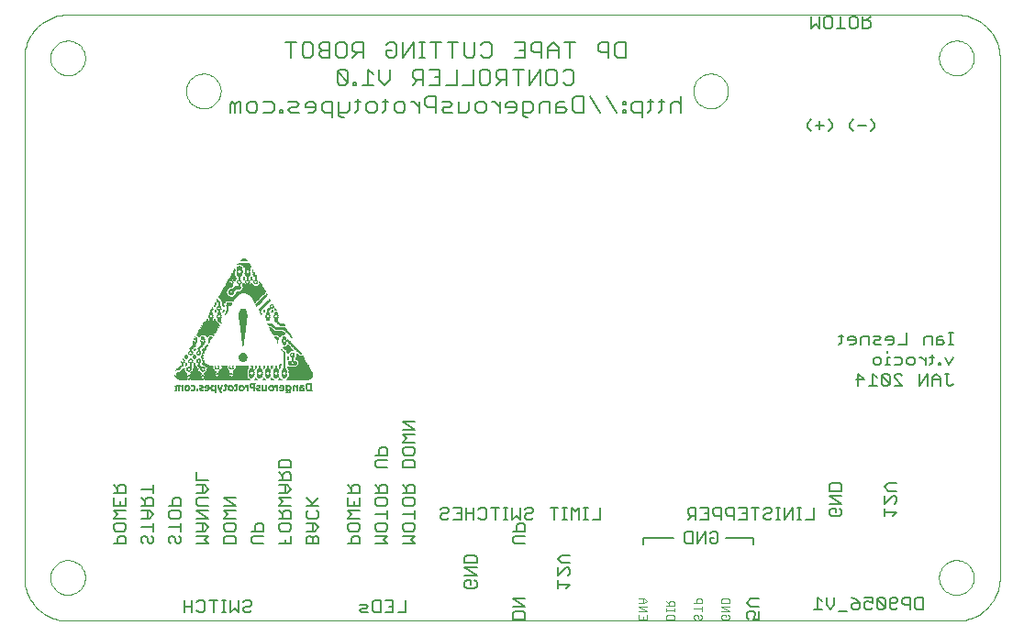
<source format=gbo>
G75*
G70*
%OFA0B0*%
%FSLAX24Y24*%
%IPPOS*%
%LPD*%
%AMOC8*
5,1,8,0,0,1.08239X$1,22.5*
%
%ADD10C,0.0060*%
%ADD11C,0.0040*%
%ADD12C,0.0080*%
%ADD13C,0.0000*%
%ADD14R,0.0150X0.0010*%
%ADD15R,0.0070X0.0010*%
%ADD16R,0.0160X0.0010*%
%ADD17R,0.0080X0.0010*%
%ADD18R,0.0170X0.0010*%
%ADD19R,0.0090X0.0010*%
%ADD20R,0.0040X0.0010*%
%ADD21R,0.0100X0.0010*%
%ADD22R,0.0010X0.0010*%
%ADD23R,0.0060X0.0010*%
%ADD24R,0.0130X0.0010*%
%ADD25R,0.0050X0.0010*%
%ADD26R,0.0110X0.0010*%
%ADD27R,0.0140X0.0010*%
%ADD28R,0.0120X0.0010*%
%ADD29R,0.0190X0.0010*%
%ADD30R,0.0180X0.0010*%
%ADD31R,0.0210X0.0010*%
%ADD32R,0.0220X0.0010*%
%ADD33R,0.0200X0.0010*%
%ADD34R,0.0030X0.0010*%
%ADD35R,0.0020X0.0010*%
%ADD36R,0.0310X0.0010*%
%ADD37R,0.0780X0.0010*%
%ADD38R,0.1640X0.0010*%
%ADD39R,0.0380X0.0010*%
%ADD40R,0.0260X0.0010*%
%ADD41R,0.0800X0.0010*%
%ADD42R,0.1610X0.0010*%
%ADD43R,0.0360X0.0010*%
%ADD44R,0.0290X0.0010*%
%ADD45R,0.0820X0.0010*%
%ADD46R,0.1590X0.0010*%
%ADD47R,0.0340X0.0010*%
%ADD48R,0.0840X0.0010*%
%ADD49R,0.1570X0.0010*%
%ADD50R,0.0330X0.0010*%
%ADD51R,0.0320X0.0010*%
%ADD52R,0.1550X0.0010*%
%ADD53R,0.0300X0.0010*%
%ADD54R,0.0850X0.0010*%
%ADD55R,0.1080X0.0010*%
%ADD56R,0.0520X0.0010*%
%ADD57R,0.0450X0.0010*%
%ADD58R,0.0420X0.0010*%
%ADD59R,0.0540X0.0010*%
%ADD60R,0.0410X0.0010*%
%ADD61R,0.0430X0.0010*%
%ADD62R,0.0860X0.0010*%
%ADD63R,0.0530X0.0010*%
%ADD64R,0.0390X0.0010*%
%ADD65R,0.0510X0.0010*%
%ADD66R,0.0400X0.0010*%
%ADD67R,0.0500X0.0010*%
%ADD68R,0.0480X0.0010*%
%ADD69R,0.0370X0.0010*%
%ADD70R,0.0440X0.0010*%
%ADD71R,0.0870X0.0010*%
%ADD72R,0.0350X0.0010*%
%ADD73R,0.0490X0.0010*%
%ADD74R,0.0230X0.0010*%
%ADD75R,0.0270X0.0010*%
%ADD76R,0.0240X0.0010*%
%ADD77R,0.0830X0.0010*%
%ADD78R,0.0280X0.0010*%
%ADD79R,0.0810X0.0010*%
%ADD80R,0.0470X0.0010*%
%ADD81R,0.0250X0.0010*%
%ADD82R,0.0460X0.0010*%
%ADD83R,0.0640X0.0010*%
%ADD84R,0.0630X0.0010*%
%ADD85R,0.0620X0.0010*%
%ADD86R,0.0610X0.0010*%
%ADD87R,0.0590X0.0010*%
%ADD88R,0.0580X0.0010*%
%ADD89R,0.0560X0.0010*%
%ADD90R,0.0550X0.0010*%
%ADD91R,0.0570X0.0010*%
%ADD92R,0.0650X0.0010*%
%ADD93R,0.0680X0.0010*%
%ADD94R,0.0720X0.0010*%
%ADD95R,0.1060X0.0010*%
%ADD96R,0.1070X0.0010*%
%ADD97R,0.1050X0.0010*%
%ADD98R,0.0920X0.0010*%
%ADD99R,0.0890X0.0010*%
%ADD100R,0.0770X0.0010*%
%ADD101R,0.0760X0.0010*%
%ADD102R,0.0750X0.0010*%
%ADD103R,0.0740X0.0010*%
%ADD104R,0.0730X0.0010*%
D10*
X011411Y007660D02*
X011411Y008100D01*
X011411Y007880D02*
X011704Y007880D01*
X011704Y007660D02*
X011704Y008100D01*
X011871Y008027D02*
X011945Y008100D01*
X012091Y008100D01*
X012165Y008027D01*
X012165Y007733D01*
X012091Y007660D01*
X011945Y007660D01*
X011871Y007733D01*
X012331Y008100D02*
X012625Y008100D01*
X012478Y008100D02*
X012478Y007660D01*
X012785Y007660D02*
X012932Y007660D01*
X012859Y007660D02*
X012859Y008100D01*
X012932Y008100D02*
X012785Y008100D01*
X013099Y008100D02*
X013099Y007660D01*
X013246Y007807D01*
X013392Y007660D01*
X013392Y008100D01*
X013559Y008027D02*
X013633Y008100D01*
X013779Y008100D01*
X013853Y008027D01*
X013853Y007954D01*
X013779Y007880D01*
X013633Y007880D01*
X013559Y007807D01*
X013559Y007733D01*
X013633Y007660D01*
X013779Y007660D01*
X013853Y007733D01*
X013932Y010160D02*
X013858Y010233D01*
X013858Y010380D01*
X013932Y010454D01*
X014299Y010454D01*
X014299Y010620D02*
X014299Y010841D01*
X014225Y010914D01*
X014079Y010914D01*
X014005Y010841D01*
X014005Y010620D01*
X013858Y010620D02*
X014299Y010620D01*
X014299Y010160D02*
X013932Y010160D01*
X013299Y010160D02*
X013299Y010380D01*
X013225Y010454D01*
X012932Y010454D01*
X012858Y010380D01*
X012858Y010160D01*
X013299Y010160D01*
X013225Y010620D02*
X012932Y010620D01*
X012858Y010694D01*
X012858Y010841D01*
X012932Y010914D01*
X013225Y010914D01*
X013299Y010841D01*
X013299Y010694D01*
X013225Y010620D01*
X013299Y011081D02*
X012858Y011081D01*
X013005Y011228D01*
X012858Y011374D01*
X013299Y011374D01*
X013299Y011541D02*
X012858Y011835D01*
X013299Y011835D01*
X013299Y011541D02*
X012858Y011541D01*
X012299Y011541D02*
X011932Y011541D01*
X011858Y011615D01*
X011858Y011761D01*
X011932Y011835D01*
X012299Y011835D01*
X012152Y012002D02*
X012299Y012148D01*
X012152Y012295D01*
X011858Y012295D01*
X011858Y012462D02*
X011858Y012756D01*
X011858Y012462D02*
X012299Y012462D01*
X012079Y012295D02*
X012079Y012002D01*
X012152Y012002D02*
X011858Y012002D01*
X011299Y011761D02*
X011225Y011835D01*
X011079Y011835D01*
X011005Y011761D01*
X011005Y011541D01*
X010858Y011541D02*
X011299Y011541D01*
X011299Y011761D01*
X011225Y011374D02*
X010932Y011374D01*
X010858Y011301D01*
X010858Y011154D01*
X010932Y011081D01*
X011225Y011081D01*
X011299Y011154D01*
X011299Y011301D01*
X011225Y011374D01*
X011299Y010914D02*
X011299Y010620D01*
X011299Y010767D02*
X010858Y010767D01*
X010932Y010454D02*
X010858Y010380D01*
X010858Y010233D01*
X010932Y010160D01*
X011079Y010233D02*
X011079Y010380D01*
X011005Y010454D01*
X010932Y010454D01*
X011079Y010233D02*
X011152Y010160D01*
X011225Y010160D01*
X011299Y010233D01*
X011299Y010380D01*
X011225Y010454D01*
X011858Y010454D02*
X012299Y010454D01*
X012152Y010307D01*
X012299Y010160D01*
X011858Y010160D01*
X011858Y010620D02*
X012152Y010620D01*
X012299Y010767D01*
X012152Y010914D01*
X011858Y010914D01*
X011858Y011081D02*
X012299Y011081D01*
X011858Y011374D01*
X012299Y011374D01*
X012079Y010914D02*
X012079Y010620D01*
X010299Y010620D02*
X010299Y010914D01*
X010299Y010767D02*
X009858Y010767D01*
X009858Y011081D02*
X010152Y011081D01*
X010299Y011228D01*
X010152Y011374D01*
X009858Y011374D01*
X009858Y011541D02*
X010299Y011541D01*
X010299Y011761D01*
X010225Y011835D01*
X010079Y011835D01*
X010005Y011761D01*
X010005Y011541D01*
X010005Y011688D02*
X009858Y011835D01*
X009858Y012148D02*
X010299Y012148D01*
X010299Y012002D02*
X010299Y012295D01*
X009299Y012222D02*
X009299Y012002D01*
X008858Y012002D01*
X009005Y012002D02*
X009005Y012222D01*
X009079Y012295D01*
X009225Y012295D01*
X009299Y012222D01*
X009005Y012148D02*
X008858Y012295D01*
X008858Y011835D02*
X008858Y011541D01*
X009299Y011541D01*
X009299Y011835D01*
X009079Y011688D02*
X009079Y011541D01*
X009299Y011374D02*
X008858Y011374D01*
X009005Y011228D01*
X008858Y011081D01*
X009299Y011081D01*
X009225Y010914D02*
X009299Y010841D01*
X009299Y010694D01*
X009225Y010620D01*
X008932Y010620D01*
X008858Y010694D01*
X008858Y010841D01*
X008932Y010914D01*
X009225Y010914D01*
X009225Y010454D02*
X009079Y010454D01*
X009005Y010380D01*
X009005Y010160D01*
X008858Y010160D02*
X009299Y010160D01*
X009299Y010380D01*
X009225Y010454D01*
X009858Y010380D02*
X009858Y010233D01*
X009932Y010160D01*
X010079Y010233D02*
X010079Y010380D01*
X010005Y010454D01*
X009932Y010454D01*
X009858Y010380D01*
X010079Y010233D02*
X010152Y010160D01*
X010225Y010160D01*
X010299Y010233D01*
X010299Y010380D01*
X010225Y010454D01*
X010079Y011081D02*
X010079Y011374D01*
X014858Y011374D02*
X015005Y011228D01*
X015005Y011301D02*
X015005Y011081D01*
X014858Y011081D02*
X015299Y011081D01*
X015299Y011301D01*
X015225Y011374D01*
X015079Y011374D01*
X015005Y011301D01*
X014858Y011541D02*
X015005Y011688D01*
X014858Y011835D01*
X015299Y011835D01*
X015152Y012002D02*
X015299Y012148D01*
X015152Y012295D01*
X014858Y012295D01*
X014858Y012462D02*
X015299Y012462D01*
X015299Y012682D01*
X015225Y012756D01*
X015079Y012756D01*
X015005Y012682D01*
X015005Y012462D01*
X015005Y012609D02*
X014858Y012756D01*
X014858Y012922D02*
X014858Y013143D01*
X014932Y013216D01*
X015225Y013216D01*
X015299Y013143D01*
X015299Y012922D01*
X014858Y012922D01*
X015079Y012295D02*
X015079Y012002D01*
X015152Y012002D02*
X014858Y012002D01*
X014858Y011541D02*
X015299Y011541D01*
X015858Y011541D02*
X016299Y011541D01*
X016225Y011374D02*
X016299Y011301D01*
X016299Y011154D01*
X016225Y011081D01*
X015932Y011081D01*
X015858Y011154D01*
X015858Y011301D01*
X015932Y011374D01*
X016005Y011541D02*
X016299Y011835D01*
X016079Y011615D02*
X015858Y011835D01*
X015858Y010914D02*
X016152Y010914D01*
X016299Y010767D01*
X016152Y010620D01*
X015858Y010620D01*
X015932Y010454D02*
X015858Y010380D01*
X015858Y010160D01*
X016299Y010160D01*
X016299Y010380D01*
X016225Y010454D01*
X016152Y010454D01*
X016079Y010380D01*
X016079Y010160D01*
X016079Y010380D02*
X016005Y010454D01*
X015932Y010454D01*
X016079Y010620D02*
X016079Y010914D01*
X015299Y010841D02*
X015299Y010694D01*
X015225Y010620D01*
X014932Y010620D01*
X014858Y010694D01*
X014858Y010841D01*
X014932Y010914D01*
X015225Y010914D01*
X015299Y010841D01*
X015299Y010454D02*
X015299Y010160D01*
X014858Y010160D01*
X015079Y010160D02*
X015079Y010307D01*
X017358Y010160D02*
X017799Y010160D01*
X017799Y010380D01*
X017725Y010454D01*
X017579Y010454D01*
X017505Y010380D01*
X017505Y010160D01*
X017432Y010620D02*
X017358Y010694D01*
X017358Y010841D01*
X017432Y010914D01*
X017725Y010914D01*
X017799Y010841D01*
X017799Y010694D01*
X017725Y010620D01*
X017432Y010620D01*
X017358Y011081D02*
X017505Y011228D01*
X017358Y011374D01*
X017799Y011374D01*
X017799Y011541D02*
X017358Y011541D01*
X017358Y011835D01*
X017358Y012002D02*
X017799Y012002D01*
X017799Y012222D01*
X017725Y012295D01*
X017579Y012295D01*
X017505Y012222D01*
X017505Y012002D01*
X017505Y012148D02*
X017358Y012295D01*
X017799Y011835D02*
X017799Y011541D01*
X017579Y011541D02*
X017579Y011688D01*
X018358Y011761D02*
X018432Y011835D01*
X018725Y011835D01*
X018799Y011761D01*
X018799Y011615D01*
X018725Y011541D01*
X018432Y011541D01*
X018358Y011615D01*
X018358Y011761D01*
X018358Y012002D02*
X018799Y012002D01*
X018799Y012222D01*
X018725Y012295D01*
X018579Y012295D01*
X018505Y012222D01*
X018505Y012002D01*
X018505Y012148D02*
X018358Y012295D01*
X018432Y012922D02*
X018358Y012996D01*
X018358Y013143D01*
X018432Y013216D01*
X018799Y013216D01*
X018799Y013383D02*
X018799Y013603D01*
X018725Y013676D01*
X018579Y013676D01*
X018505Y013603D01*
X018505Y013383D01*
X018358Y013383D02*
X018799Y013383D01*
X018799Y012922D02*
X018432Y012922D01*
X019358Y012922D02*
X019358Y013143D01*
X019432Y013216D01*
X019725Y013216D01*
X019799Y013143D01*
X019799Y012922D01*
X019358Y012922D01*
X019432Y013383D02*
X019358Y013456D01*
X019358Y013603D01*
X019432Y013676D01*
X019725Y013676D01*
X019799Y013603D01*
X019799Y013456D01*
X019725Y013383D01*
X019432Y013383D01*
X019358Y013843D02*
X019505Y013990D01*
X019358Y014137D01*
X019799Y014137D01*
X019799Y014304D02*
X019358Y014304D01*
X019358Y014597D02*
X019799Y014597D01*
X019799Y014304D02*
X019358Y014597D01*
X019358Y013843D02*
X019799Y013843D01*
X019725Y012295D02*
X019579Y012295D01*
X019505Y012222D01*
X019505Y012002D01*
X019505Y012148D02*
X019358Y012295D01*
X019358Y012002D02*
X019799Y012002D01*
X019799Y012222D01*
X019725Y012295D01*
X019725Y011835D02*
X019432Y011835D01*
X019358Y011761D01*
X019358Y011615D01*
X019432Y011541D01*
X019725Y011541D01*
X019799Y011615D01*
X019799Y011761D01*
X019725Y011835D01*
X019799Y011374D02*
X019799Y011081D01*
X019799Y011228D02*
X019358Y011228D01*
X019432Y010914D02*
X019725Y010914D01*
X019799Y010841D01*
X019799Y010694D01*
X019725Y010620D01*
X019432Y010620D01*
X019358Y010694D01*
X019358Y010841D01*
X019432Y010914D01*
X019358Y010454D02*
X019799Y010454D01*
X019652Y010307D01*
X019799Y010160D01*
X019358Y010160D01*
X018799Y010160D02*
X018652Y010307D01*
X018799Y010454D01*
X018358Y010454D01*
X018432Y010620D02*
X018358Y010694D01*
X018358Y010841D01*
X018432Y010914D01*
X018725Y010914D01*
X018799Y010841D01*
X018799Y010694D01*
X018725Y010620D01*
X018432Y010620D01*
X018358Y010160D02*
X018799Y010160D01*
X018799Y011081D02*
X018799Y011374D01*
X018799Y011228D02*
X018358Y011228D01*
X017799Y011081D02*
X017358Y011081D01*
X020723Y011108D02*
X020796Y011035D01*
X020943Y011035D01*
X021016Y011108D01*
X020943Y011255D02*
X020796Y011255D01*
X020723Y011182D01*
X020723Y011108D01*
X020943Y011255D02*
X021016Y011329D01*
X021016Y011402D01*
X020943Y011475D01*
X020796Y011475D01*
X020723Y011402D01*
X021183Y011475D02*
X021477Y011475D01*
X021477Y011035D01*
X021183Y011035D01*
X021330Y011255D02*
X021477Y011255D01*
X021643Y011255D02*
X021937Y011255D01*
X021937Y011035D02*
X021937Y011475D01*
X022104Y011402D02*
X022177Y011475D01*
X022324Y011475D01*
X022397Y011402D01*
X022397Y011108D01*
X022324Y011035D01*
X022177Y011035D01*
X022104Y011108D01*
X021643Y011035D02*
X021643Y011475D01*
X022564Y011475D02*
X022858Y011475D01*
X022711Y011475D02*
X022711Y011035D01*
X023018Y011035D02*
X023165Y011035D01*
X023091Y011035D02*
X023091Y011475D01*
X023018Y011475D02*
X023165Y011475D01*
X023332Y011475D02*
X023332Y011035D01*
X023478Y011182D01*
X023625Y011035D01*
X023625Y011475D01*
X023792Y011402D02*
X023865Y011475D01*
X024012Y011475D01*
X024085Y011402D01*
X024085Y011329D01*
X024012Y011255D01*
X023865Y011255D01*
X023792Y011182D01*
X023792Y011108D01*
X023865Y011035D01*
X024012Y011035D01*
X024085Y011108D01*
X023799Y010841D02*
X023725Y010914D01*
X023579Y010914D01*
X023505Y010841D01*
X023505Y010620D01*
X023358Y010620D02*
X023799Y010620D01*
X023799Y010841D01*
X023799Y010454D02*
X023432Y010454D01*
X023358Y010380D01*
X023358Y010233D01*
X023432Y010160D01*
X023799Y010160D01*
X024983Y009603D02*
X025130Y009749D01*
X025424Y009749D01*
X025424Y009456D02*
X025130Y009456D01*
X024983Y009603D01*
X024983Y009289D02*
X024983Y008995D01*
X025277Y009289D01*
X025350Y009289D01*
X025424Y009216D01*
X025424Y009069D01*
X025350Y008995D01*
X025424Y008682D02*
X024983Y008682D01*
X024983Y008535D02*
X024983Y008829D01*
X025277Y008535D02*
X025424Y008682D01*
X023799Y008164D02*
X023358Y008164D01*
X023799Y007870D01*
X023358Y007870D01*
X023432Y007704D02*
X023358Y007630D01*
X023358Y007410D01*
X023799Y007410D01*
X023799Y007630D01*
X023725Y007704D01*
X023432Y007704D01*
X022049Y008608D02*
X022049Y008755D01*
X021975Y008829D01*
X021829Y008829D02*
X021829Y008682D01*
X021829Y008829D02*
X021682Y008829D01*
X021608Y008755D01*
X021608Y008608D01*
X021682Y008535D01*
X021975Y008535D01*
X022049Y008608D01*
X022049Y008995D02*
X021608Y008995D01*
X021608Y009289D02*
X022049Y009289D01*
X022049Y009456D02*
X021608Y009456D01*
X021608Y009676D01*
X021682Y009749D01*
X021975Y009749D01*
X022049Y009676D01*
X022049Y009456D01*
X022049Y008995D02*
X021608Y009289D01*
X019469Y008100D02*
X019469Y007660D01*
X019176Y007660D01*
X019009Y007660D02*
X018715Y007660D01*
X018548Y007660D02*
X018328Y007660D01*
X018255Y007733D01*
X018255Y008027D01*
X018328Y008100D01*
X018548Y008100D01*
X018548Y007660D01*
X018862Y007880D02*
X019009Y007880D01*
X019009Y008100D02*
X019009Y007660D01*
X019009Y008100D02*
X018715Y008100D01*
X018088Y007880D02*
X018015Y007954D01*
X017794Y007954D01*
X017868Y007807D02*
X017794Y007733D01*
X017868Y007660D01*
X018088Y007660D01*
X018015Y007807D02*
X018088Y007880D01*
X018015Y007807D02*
X017868Y007807D01*
X024859Y011035D02*
X024859Y011475D01*
X024713Y011475D02*
X025006Y011475D01*
X025166Y011475D02*
X025313Y011475D01*
X025240Y011475D02*
X025240Y011035D01*
X025313Y011035D02*
X025166Y011035D01*
X025480Y011035D02*
X025480Y011475D01*
X025627Y011329D01*
X025774Y011475D01*
X025774Y011035D01*
X025934Y011035D02*
X026081Y011035D01*
X026007Y011035D02*
X026007Y011475D01*
X025934Y011475D02*
X026081Y011475D01*
X026541Y011475D02*
X026541Y011035D01*
X026247Y011035D01*
X028078Y010380D02*
X028078Y010130D01*
X028078Y010380D02*
X029203Y010380D01*
X029590Y010233D02*
X029590Y010527D01*
X029664Y010600D01*
X029884Y010600D01*
X029884Y010160D01*
X029664Y010160D01*
X029590Y010233D01*
X030051Y010160D02*
X030051Y010600D01*
X030344Y010600D02*
X030051Y010160D01*
X030344Y010160D02*
X030344Y010600D01*
X030511Y010527D02*
X030584Y010600D01*
X030731Y010600D01*
X030805Y010527D01*
X030805Y010233D01*
X030731Y010160D01*
X030584Y010160D01*
X030511Y010233D01*
X030511Y010380D01*
X030658Y010380D01*
X031078Y010380D02*
X032078Y010380D01*
X032078Y010130D01*
X032160Y011035D02*
X032160Y011475D01*
X032307Y011475D02*
X032013Y011475D01*
X031847Y011475D02*
X031847Y011035D01*
X031553Y011035D01*
X031386Y011035D02*
X031386Y011475D01*
X031166Y011475D01*
X031093Y011402D01*
X031093Y011255D01*
X031166Y011182D01*
X031386Y011182D01*
X031700Y011255D02*
X031847Y011255D01*
X031847Y011475D02*
X031553Y011475D01*
X030926Y011475D02*
X030706Y011475D01*
X030632Y011402D01*
X030632Y011255D01*
X030706Y011182D01*
X030926Y011182D01*
X030926Y011035D02*
X030926Y011475D01*
X030465Y011475D02*
X030465Y011035D01*
X030172Y011035D01*
X030005Y011035D02*
X030005Y011475D01*
X029785Y011475D01*
X029711Y011402D01*
X029711Y011255D01*
X029785Y011182D01*
X030005Y011182D01*
X029858Y011182D02*
X029711Y011035D01*
X030319Y011255D02*
X030465Y011255D01*
X030465Y011475D02*
X030172Y011475D01*
X032474Y011402D02*
X032547Y011475D01*
X032694Y011475D01*
X032767Y011402D01*
X032767Y011329D01*
X032694Y011255D01*
X032547Y011255D01*
X032474Y011182D01*
X032474Y011108D01*
X032547Y011035D01*
X032694Y011035D01*
X032767Y011108D01*
X032928Y011035D02*
X033074Y011035D01*
X033001Y011035D02*
X033001Y011475D01*
X033074Y011475D02*
X032928Y011475D01*
X033241Y011475D02*
X033241Y011035D01*
X033535Y011475D01*
X033535Y011035D01*
X033695Y011035D02*
X033842Y011035D01*
X033768Y011035D02*
X033768Y011475D01*
X033695Y011475D02*
X033842Y011475D01*
X034302Y011475D02*
X034302Y011035D01*
X034008Y011035D01*
X034858Y011233D02*
X034858Y011380D01*
X034932Y011454D01*
X035079Y011454D01*
X035079Y011307D01*
X035225Y011454D02*
X035299Y011380D01*
X035299Y011233D01*
X035225Y011160D01*
X034932Y011160D01*
X034858Y011233D01*
X034858Y011620D02*
X035299Y011620D01*
X034858Y011914D01*
X035299Y011914D01*
X035299Y012081D02*
X035299Y012301D01*
X035225Y012374D01*
X034932Y012374D01*
X034858Y012301D01*
X034858Y012081D01*
X035299Y012081D01*
X036858Y012228D02*
X037005Y012081D01*
X037299Y012081D01*
X037225Y011914D02*
X037299Y011841D01*
X037299Y011694D01*
X037225Y011620D01*
X037225Y011914D02*
X037152Y011914D01*
X036858Y011620D01*
X036858Y011914D01*
X036858Y012228D02*
X037005Y012374D01*
X037299Y012374D01*
X036858Y011454D02*
X036858Y011160D01*
X036858Y011307D02*
X037299Y011307D01*
X037152Y011160D01*
X037118Y008220D02*
X037265Y008220D01*
X037338Y008147D01*
X037338Y008074D01*
X037265Y008000D01*
X037045Y008000D01*
X037045Y007853D02*
X037045Y008147D01*
X037118Y008220D01*
X036878Y008147D02*
X036804Y008220D01*
X036658Y008220D01*
X036584Y008147D01*
X036878Y007853D01*
X036804Y007780D01*
X036658Y007780D01*
X036584Y007853D01*
X036584Y008147D01*
X036417Y008220D02*
X036417Y008000D01*
X036271Y008074D01*
X036197Y008074D01*
X036124Y008000D01*
X036124Y007853D01*
X036197Y007780D01*
X036344Y007780D01*
X036417Y007853D01*
X036417Y008220D02*
X036124Y008220D01*
X035957Y008000D02*
X035737Y008000D01*
X035663Y007927D01*
X035663Y007853D01*
X035737Y007780D01*
X035884Y007780D01*
X035957Y007853D01*
X035957Y008000D01*
X035810Y008147D01*
X035663Y008220D01*
X035497Y007707D02*
X035203Y007707D01*
X035036Y007927D02*
X035036Y008220D01*
X035036Y007927D02*
X034889Y007780D01*
X034743Y007927D01*
X034743Y008220D01*
X034576Y008074D02*
X034429Y008220D01*
X034429Y007780D01*
X034576Y007780D02*
X034282Y007780D01*
X032299Y007704D02*
X032299Y007410D01*
X032079Y007410D01*
X032152Y007557D01*
X032152Y007630D01*
X032079Y007704D01*
X031932Y007704D01*
X031858Y007630D01*
X031858Y007483D01*
X031932Y007410D01*
X032005Y007870D02*
X031858Y008017D01*
X032005Y008164D01*
X032299Y008164D01*
X032299Y007870D02*
X032005Y007870D01*
X036878Y007853D02*
X036878Y008147D01*
X037045Y007853D02*
X037118Y007780D01*
X037265Y007780D01*
X037338Y007853D01*
X037505Y008000D02*
X037578Y007927D01*
X037799Y007927D01*
X037799Y007780D02*
X037799Y008220D01*
X037578Y008220D01*
X037505Y008147D01*
X037505Y008000D01*
X037965Y007853D02*
X037965Y008147D01*
X038039Y008220D01*
X038259Y008220D01*
X038259Y007780D01*
X038039Y007780D01*
X037965Y007853D01*
X038131Y015910D02*
X038131Y016350D01*
X038425Y016350D02*
X038131Y015910D01*
X038425Y015910D02*
X038425Y016350D01*
X038591Y016204D02*
X038591Y015910D01*
X038591Y016130D02*
X038885Y016130D01*
X038885Y016204D02*
X038738Y016350D01*
X038591Y016204D01*
X038885Y016204D02*
X038885Y015910D01*
X039125Y015983D02*
X039125Y016350D01*
X039052Y016350D02*
X039199Y016350D01*
X039199Y016660D02*
X039052Y016954D01*
X038885Y016733D02*
X038812Y016733D01*
X038812Y016660D01*
X038885Y016660D01*
X038885Y016733D01*
X038581Y016733D02*
X038508Y016660D01*
X038581Y016733D02*
X038581Y017027D01*
X038655Y016954D02*
X038508Y016954D01*
X038348Y016954D02*
X038348Y016660D01*
X038348Y016807D02*
X038201Y016954D01*
X038128Y016954D01*
X037964Y016880D02*
X037964Y016733D01*
X037891Y016660D01*
X037744Y016660D01*
X037671Y016733D01*
X037671Y016880D01*
X037744Y016954D01*
X037891Y016954D01*
X037964Y016880D01*
X037504Y016880D02*
X037504Y016733D01*
X037430Y016660D01*
X037210Y016660D01*
X037043Y016660D02*
X036897Y016660D01*
X036970Y016660D02*
X036970Y016954D01*
X037043Y016954D01*
X036970Y017100D02*
X036970Y017174D01*
X036977Y017410D02*
X037123Y017410D01*
X037197Y017483D01*
X037197Y017630D01*
X037123Y017704D01*
X036977Y017704D01*
X036903Y017630D01*
X036903Y017557D01*
X037197Y017557D01*
X037364Y017410D02*
X037657Y017410D01*
X037657Y017850D01*
X038284Y017630D02*
X038284Y017410D01*
X038284Y017630D02*
X038358Y017704D01*
X038578Y017704D01*
X038578Y017410D01*
X038745Y017410D02*
X038965Y017410D01*
X039038Y017483D01*
X038965Y017557D01*
X038745Y017557D01*
X038745Y017630D02*
X038745Y017410D01*
X038745Y017630D02*
X038818Y017704D01*
X038965Y017704D01*
X039199Y017850D02*
X039345Y017850D01*
X039272Y017850D02*
X039272Y017410D01*
X039345Y017410D02*
X039199Y017410D01*
X039345Y016954D02*
X039199Y016660D01*
X039125Y015983D02*
X039199Y015910D01*
X039272Y015910D01*
X039345Y015983D01*
X037504Y015910D02*
X037210Y016204D01*
X037210Y016277D01*
X037284Y016350D01*
X037430Y016350D01*
X037504Y016277D01*
X037504Y015910D02*
X037210Y015910D01*
X037043Y015983D02*
X036970Y015910D01*
X036823Y015910D01*
X036750Y015983D01*
X036750Y016277D01*
X037043Y015983D01*
X037043Y016277D01*
X036970Y016350D01*
X036823Y016350D01*
X036750Y016277D01*
X036583Y016204D02*
X036436Y016350D01*
X036436Y015910D01*
X036583Y015910D02*
X036289Y015910D01*
X036123Y016130D02*
X035829Y016130D01*
X035902Y015910D02*
X035902Y016350D01*
X036123Y016130D01*
X036516Y016660D02*
X036443Y016733D01*
X036443Y016880D01*
X036516Y016954D01*
X036663Y016954D01*
X036736Y016880D01*
X036736Y016733D01*
X036663Y016660D01*
X036516Y016660D01*
X037210Y016954D02*
X037430Y016954D01*
X037504Y016880D01*
X036736Y017410D02*
X036516Y017410D01*
X036443Y017483D01*
X036516Y017557D01*
X036663Y017557D01*
X036736Y017630D01*
X036663Y017704D01*
X036443Y017704D01*
X036276Y017704D02*
X036056Y017704D01*
X035982Y017630D01*
X035982Y017410D01*
X035816Y017483D02*
X035816Y017630D01*
X035742Y017704D01*
X035595Y017704D01*
X035522Y017630D01*
X035522Y017557D01*
X035816Y017557D01*
X035816Y017483D02*
X035742Y017410D01*
X035595Y017410D01*
X035282Y017483D02*
X035208Y017410D01*
X035282Y017483D02*
X035282Y017777D01*
X035355Y017704D02*
X035208Y017704D01*
X036276Y017704D02*
X036276Y017410D01*
X036356Y025160D02*
X036503Y025306D01*
X036503Y025453D01*
X036356Y025600D01*
X036189Y025380D02*
X035895Y025380D01*
X035735Y025600D02*
X035589Y025453D01*
X035589Y025306D01*
X035735Y025160D01*
X034968Y025306D02*
X034821Y025160D01*
X034968Y025306D02*
X034968Y025453D01*
X034821Y025600D01*
X034654Y025380D02*
X034361Y025380D01*
X034508Y025233D02*
X034508Y025527D01*
X034201Y025600D02*
X034054Y025453D01*
X034054Y025306D01*
X034201Y025160D01*
X034207Y028910D02*
X034354Y029056D01*
X034501Y028910D01*
X034501Y029350D01*
X034668Y029277D02*
X034668Y028983D01*
X034741Y028910D01*
X034888Y028910D01*
X034961Y028983D01*
X034961Y029277D01*
X034888Y029350D01*
X034741Y029350D01*
X034668Y029277D01*
X034207Y029350D02*
X034207Y028910D01*
X035128Y028910D02*
X035422Y028910D01*
X035275Y028910D02*
X035275Y029350D01*
X035589Y029277D02*
X035662Y029350D01*
X035809Y029350D01*
X035882Y029277D01*
X035882Y028983D01*
X035809Y028910D01*
X035662Y028910D01*
X035589Y028983D01*
X035589Y029277D01*
X036049Y029350D02*
X036049Y028910D01*
X036269Y028910D01*
X036343Y028983D01*
X036343Y029130D01*
X036269Y029203D01*
X036049Y029203D01*
X036196Y029203D02*
X036343Y029350D01*
D11*
X031172Y008176D02*
X031219Y008129D01*
X031219Y007989D01*
X030938Y007989D01*
X030938Y008129D01*
X030985Y008176D01*
X031172Y008176D01*
X031219Y007881D02*
X030938Y007881D01*
X031219Y007695D01*
X030938Y007695D01*
X030985Y007587D02*
X031078Y007587D01*
X031078Y007493D01*
X030985Y007400D02*
X030938Y007447D01*
X030938Y007540D01*
X030985Y007587D01*
X031172Y007587D02*
X031219Y007540D01*
X031219Y007447D01*
X031172Y007400D01*
X030985Y007400D01*
X030219Y007447D02*
X030172Y007400D01*
X030125Y007400D01*
X030078Y007447D01*
X030078Y007540D01*
X030032Y007587D01*
X029985Y007587D01*
X029938Y007540D01*
X029938Y007447D01*
X029985Y007400D01*
X030219Y007447D02*
X030219Y007540D01*
X030172Y007587D01*
X030219Y007695D02*
X030219Y007881D01*
X030219Y007788D02*
X029938Y007788D01*
X029938Y007989D02*
X030219Y007989D01*
X030219Y008129D01*
X030172Y008176D01*
X030078Y008176D01*
X030032Y008129D01*
X030032Y007989D01*
X029219Y008031D02*
X029219Y007891D01*
X028938Y007891D01*
X029032Y007891D02*
X029032Y008031D01*
X029078Y008078D01*
X029172Y008078D01*
X029219Y008031D01*
X029032Y007984D02*
X028938Y008078D01*
X028938Y007788D02*
X028938Y007695D01*
X028938Y007741D02*
X029219Y007741D01*
X029219Y007695D02*
X029219Y007788D01*
X029172Y007587D02*
X028985Y007587D01*
X028938Y007540D01*
X028938Y007400D01*
X029219Y007400D01*
X029219Y007540D01*
X029172Y007587D01*
X028219Y007587D02*
X028219Y007400D01*
X027938Y007400D01*
X027938Y007587D01*
X027938Y007695D02*
X028219Y007695D01*
X027938Y007881D01*
X028219Y007881D01*
X028125Y007989D02*
X028219Y008083D01*
X028125Y008176D01*
X027938Y008176D01*
X028078Y008176D02*
X028078Y007989D01*
X028125Y007989D02*
X027938Y007989D01*
X028078Y007493D02*
X028078Y007400D01*
D12*
X028051Y025657D02*
X028051Y026237D01*
X027761Y026237D01*
X027664Y026140D01*
X027664Y025947D01*
X027761Y025850D01*
X028051Y025850D01*
X028262Y025850D02*
X028359Y025947D01*
X028359Y026334D01*
X028456Y026237D02*
X028262Y026237D01*
X028668Y026237D02*
X028861Y026237D01*
X028764Y026334D02*
X028764Y025947D01*
X028668Y025850D01*
X029082Y025850D02*
X029082Y026140D01*
X029179Y026237D01*
X029372Y026237D01*
X029469Y026140D01*
X029469Y026430D02*
X029469Y025850D01*
X027443Y025850D02*
X027443Y025947D01*
X027346Y025947D01*
X027346Y025850D01*
X027443Y025850D01*
X027443Y026140D02*
X027443Y026237D01*
X027346Y026237D01*
X027346Y026140D01*
X027443Y026140D01*
X027139Y025850D02*
X026752Y026430D01*
X026145Y026430D02*
X026532Y025850D01*
X025924Y025850D02*
X025634Y025850D01*
X025537Y025947D01*
X025537Y026334D01*
X025634Y026430D01*
X025924Y026430D01*
X025924Y025850D01*
X025316Y025947D02*
X025219Y026043D01*
X024929Y026043D01*
X024929Y026140D02*
X024929Y025850D01*
X025219Y025850D01*
X025316Y025947D01*
X025219Y026237D02*
X025026Y026237D01*
X024929Y026140D01*
X024708Y026237D02*
X024418Y026237D01*
X024321Y026140D01*
X024321Y025850D01*
X024101Y025947D02*
X024004Y025850D01*
X023714Y025850D01*
X023714Y025753D02*
X023714Y026237D01*
X024004Y026237D01*
X024101Y026140D01*
X024101Y025947D01*
X023907Y025657D02*
X023810Y025657D01*
X023714Y025753D01*
X023493Y025947D02*
X023493Y026140D01*
X023396Y026237D01*
X023203Y026237D01*
X023106Y026140D01*
X023106Y026043D01*
X023493Y026043D01*
X023493Y025947D02*
X023396Y025850D01*
X023203Y025850D01*
X022885Y025850D02*
X022885Y026237D01*
X022692Y026237D02*
X022885Y026043D01*
X022692Y026237D02*
X022595Y026237D01*
X022379Y026140D02*
X022379Y025947D01*
X022282Y025850D01*
X022089Y025850D01*
X021992Y025947D01*
X021992Y026140D01*
X022089Y026237D01*
X022282Y026237D01*
X022379Y026140D01*
X021771Y026237D02*
X021771Y025947D01*
X021674Y025850D01*
X021384Y025850D01*
X021384Y026237D01*
X021163Y026140D02*
X021067Y026237D01*
X020776Y026237D01*
X020873Y026043D02*
X021067Y026043D01*
X021163Y026140D01*
X021163Y025850D02*
X020873Y025850D01*
X020776Y025947D01*
X020873Y026043D01*
X020556Y026043D02*
X020265Y026043D01*
X020169Y026140D01*
X020169Y026334D01*
X020265Y026430D01*
X020556Y026430D01*
X020556Y025850D01*
X019948Y025850D02*
X019948Y026237D01*
X019948Y026043D02*
X019754Y026237D01*
X019658Y026237D01*
X019441Y026140D02*
X019441Y025947D01*
X019345Y025850D01*
X019151Y025850D01*
X019054Y025947D01*
X019054Y026140D01*
X019151Y026237D01*
X019345Y026237D01*
X019441Y026140D01*
X018834Y026237D02*
X018640Y026237D01*
X018737Y026334D02*
X018737Y025947D01*
X018640Y025850D01*
X018429Y025947D02*
X018332Y025850D01*
X018138Y025850D01*
X018042Y025947D01*
X018042Y026140D01*
X018138Y026237D01*
X018332Y026237D01*
X018429Y026140D01*
X018429Y025947D01*
X017821Y026237D02*
X017627Y026237D01*
X017724Y026334D02*
X017724Y025947D01*
X017627Y025850D01*
X017416Y025947D02*
X017319Y025850D01*
X017029Y025850D01*
X017029Y025753D02*
X017126Y025657D01*
X017222Y025657D01*
X017029Y025753D02*
X017029Y026237D01*
X016808Y026237D02*
X016518Y026237D01*
X016421Y026140D01*
X016421Y025947D01*
X016518Y025850D01*
X016808Y025850D01*
X016808Y025657D02*
X016808Y026237D01*
X017416Y026237D02*
X017416Y025947D01*
X016200Y025947D02*
X016200Y026140D01*
X016104Y026237D01*
X015910Y026237D01*
X015813Y026140D01*
X015813Y026043D01*
X016200Y026043D01*
X016200Y025947D02*
X016104Y025850D01*
X015910Y025850D01*
X015593Y025850D02*
X015302Y025850D01*
X015206Y025947D01*
X015302Y026043D01*
X015496Y026043D01*
X015593Y026140D01*
X015496Y026237D01*
X015206Y026237D01*
X014985Y025947D02*
X014888Y025947D01*
X014888Y025850D01*
X014985Y025850D01*
X014985Y025947D01*
X014681Y025947D02*
X014584Y025850D01*
X014294Y025850D01*
X014073Y025947D02*
X013977Y025850D01*
X013783Y025850D01*
X013686Y025947D01*
X013686Y026140D01*
X013783Y026237D01*
X013977Y026237D01*
X014073Y026140D01*
X014073Y025947D01*
X014294Y026237D02*
X014584Y026237D01*
X014681Y026140D01*
X014681Y025947D01*
X013466Y025850D02*
X013466Y026237D01*
X013369Y026237D01*
X013272Y026140D01*
X013175Y026237D01*
X013079Y026140D01*
X013079Y025850D01*
X013272Y025850D02*
X013272Y026140D01*
X015298Y027830D02*
X015298Y028410D01*
X015491Y028410D02*
X015104Y028410D01*
X015712Y028314D02*
X015712Y027927D01*
X015809Y027830D01*
X016002Y027830D01*
X016099Y027927D01*
X016099Y028314D01*
X016002Y028410D01*
X015809Y028410D01*
X015712Y028314D01*
X016320Y028314D02*
X016320Y028217D01*
X016416Y028120D01*
X016707Y028120D01*
X016707Y027830D02*
X016707Y028410D01*
X016416Y028410D01*
X016320Y028314D01*
X016416Y028120D02*
X016320Y028023D01*
X016320Y027927D01*
X016416Y027830D01*
X016707Y027830D01*
X016927Y027927D02*
X016927Y028314D01*
X017024Y028410D01*
X017218Y028410D01*
X017314Y028314D01*
X017314Y027927D01*
X017218Y027830D01*
X017024Y027830D01*
X016927Y027927D01*
X017075Y027420D02*
X016978Y027324D01*
X017365Y026937D01*
X017268Y026840D01*
X017075Y026840D01*
X016978Y026937D01*
X016978Y027324D01*
X017075Y027420D02*
X017268Y027420D01*
X017365Y027324D01*
X017365Y026937D01*
X017572Y026937D02*
X017572Y026840D01*
X017669Y026840D01*
X017669Y026937D01*
X017572Y026937D01*
X017890Y026840D02*
X018277Y026840D01*
X018083Y026840D02*
X018083Y027420D01*
X018277Y027227D01*
X018497Y027420D02*
X018497Y027033D01*
X018691Y026840D01*
X018884Y027033D01*
X018884Y027420D01*
X018847Y027830D02*
X018751Y027927D01*
X018751Y028120D01*
X018944Y028120D01*
X019138Y027927D02*
X019041Y027830D01*
X018847Y027830D01*
X019138Y027927D02*
X019138Y028314D01*
X019041Y028410D01*
X018847Y028410D01*
X018751Y028314D01*
X019358Y028410D02*
X019358Y027830D01*
X019745Y028410D01*
X019745Y027830D01*
X019957Y027830D02*
X020150Y027830D01*
X020054Y027830D02*
X020054Y028410D01*
X020150Y028410D02*
X019957Y028410D01*
X020371Y028410D02*
X020758Y028410D01*
X020565Y028410D02*
X020565Y027830D01*
X020708Y027420D02*
X020321Y027420D01*
X020100Y027420D02*
X019810Y027420D01*
X019713Y027324D01*
X019713Y027130D01*
X019810Y027033D01*
X020100Y027033D01*
X020100Y026840D02*
X020100Y027420D01*
X020514Y027130D02*
X020708Y027130D01*
X020708Y026840D02*
X020321Y026840D01*
X020708Y026840D02*
X020708Y027420D01*
X021315Y027420D02*
X021315Y026840D01*
X020928Y026840D01*
X021536Y026840D02*
X021923Y026840D01*
X021923Y027420D01*
X022144Y027324D02*
X022240Y027420D01*
X022434Y027420D01*
X022531Y027324D01*
X022531Y026937D01*
X022434Y026840D01*
X022240Y026840D01*
X022144Y026937D01*
X022144Y027324D01*
X022751Y027324D02*
X022848Y027420D01*
X023138Y027420D01*
X023138Y026840D01*
X023138Y027033D02*
X022848Y027033D01*
X022751Y027130D01*
X022751Y027324D01*
X022945Y027033D02*
X022751Y026840D01*
X023553Y026840D02*
X023553Y027420D01*
X023746Y027420D02*
X023359Y027420D01*
X023410Y027830D02*
X023797Y027830D01*
X023797Y028410D01*
X023410Y028410D01*
X023603Y028120D02*
X023797Y028120D01*
X024018Y028120D02*
X024114Y028023D01*
X024405Y028023D01*
X024405Y027830D02*
X024405Y028410D01*
X024114Y028410D01*
X024018Y028314D01*
X024018Y028120D01*
X024625Y028120D02*
X025012Y028120D01*
X025012Y028217D02*
X024819Y028410D01*
X024625Y028217D01*
X024625Y027830D01*
X025012Y027830D02*
X025012Y028217D01*
X025233Y028410D02*
X025620Y028410D01*
X025426Y028410D02*
X025426Y027830D01*
X025473Y027420D02*
X025569Y027324D01*
X025569Y026937D01*
X025473Y026840D01*
X025279Y026840D01*
X025182Y026937D01*
X024962Y026937D02*
X024962Y027324D01*
X024865Y027420D01*
X024671Y027420D01*
X024575Y027324D01*
X024575Y026937D01*
X024671Y026840D01*
X024865Y026840D01*
X024962Y026937D01*
X025182Y027324D02*
X025279Y027420D01*
X025473Y027420D01*
X024354Y027420D02*
X024354Y026840D01*
X023967Y026840D02*
X023967Y027420D01*
X024354Y027420D02*
X023967Y026840D01*
X024708Y026237D02*
X024708Y025850D01*
X026545Y028023D02*
X026835Y028023D01*
X026835Y027830D02*
X026835Y028410D01*
X026545Y028410D01*
X026448Y028314D01*
X026448Y028120D01*
X026545Y028023D01*
X027056Y027927D02*
X027056Y028314D01*
X027153Y028410D01*
X027443Y028410D01*
X027443Y027830D01*
X027153Y027830D01*
X027056Y027927D01*
X022581Y027927D02*
X022485Y027830D01*
X022291Y027830D01*
X022194Y027927D01*
X021974Y027927D02*
X021877Y027830D01*
X021683Y027830D01*
X021587Y027927D01*
X021587Y028410D01*
X021366Y028410D02*
X020979Y028410D01*
X021172Y028410D02*
X021172Y027830D01*
X021974Y027927D02*
X021974Y028410D01*
X022194Y028314D02*
X022291Y028410D01*
X022485Y028410D01*
X022581Y028314D01*
X022581Y027927D01*
X019906Y027033D02*
X019713Y026840D01*
X017922Y027830D02*
X017922Y028410D01*
X017632Y028410D01*
X017535Y028314D01*
X017535Y028120D01*
X017632Y028023D01*
X017922Y028023D01*
X017729Y028023D02*
X017535Y027830D01*
D13*
X007187Y007356D02*
X039470Y007356D01*
X038840Y008931D02*
X038842Y008981D01*
X038848Y009031D01*
X038858Y009080D01*
X038872Y009128D01*
X038889Y009175D01*
X038910Y009220D01*
X038935Y009264D01*
X038963Y009305D01*
X038995Y009344D01*
X039029Y009381D01*
X039066Y009415D01*
X039106Y009445D01*
X039148Y009472D01*
X039192Y009496D01*
X039238Y009517D01*
X039285Y009533D01*
X039333Y009546D01*
X039383Y009555D01*
X039432Y009560D01*
X039483Y009561D01*
X039533Y009558D01*
X039582Y009551D01*
X039631Y009540D01*
X039679Y009525D01*
X039725Y009507D01*
X039770Y009485D01*
X039813Y009459D01*
X039854Y009430D01*
X039893Y009398D01*
X039929Y009363D01*
X039961Y009325D01*
X039991Y009285D01*
X040018Y009242D01*
X040041Y009198D01*
X040060Y009152D01*
X040076Y009104D01*
X040088Y009055D01*
X040096Y009006D01*
X040100Y008956D01*
X040100Y008906D01*
X040096Y008856D01*
X040088Y008807D01*
X040076Y008758D01*
X040060Y008710D01*
X040041Y008664D01*
X040018Y008620D01*
X039991Y008577D01*
X039961Y008537D01*
X039929Y008499D01*
X039893Y008464D01*
X039854Y008432D01*
X039813Y008403D01*
X039770Y008377D01*
X039725Y008355D01*
X039679Y008337D01*
X039631Y008322D01*
X039582Y008311D01*
X039533Y008304D01*
X039483Y008301D01*
X039432Y008302D01*
X039383Y008307D01*
X039333Y008316D01*
X039285Y008329D01*
X039238Y008345D01*
X039192Y008366D01*
X039148Y008390D01*
X039106Y008417D01*
X039066Y008447D01*
X039029Y008481D01*
X038995Y008518D01*
X038963Y008557D01*
X038935Y008598D01*
X038910Y008642D01*
X038889Y008687D01*
X038872Y008734D01*
X038858Y008782D01*
X038848Y008831D01*
X038842Y008881D01*
X038840Y008931D01*
X039470Y007356D02*
X039547Y007358D01*
X039624Y007364D01*
X039701Y007373D01*
X039777Y007386D01*
X039853Y007403D01*
X039927Y007424D01*
X040001Y007448D01*
X040073Y007476D01*
X040143Y007507D01*
X040212Y007542D01*
X040280Y007580D01*
X040345Y007621D01*
X040408Y007666D01*
X040469Y007714D01*
X040528Y007764D01*
X040584Y007817D01*
X040637Y007873D01*
X040687Y007932D01*
X040735Y007993D01*
X040780Y008056D01*
X040821Y008121D01*
X040859Y008189D01*
X040894Y008258D01*
X040925Y008328D01*
X040953Y008400D01*
X040977Y008474D01*
X040998Y008548D01*
X041015Y008624D01*
X041028Y008700D01*
X041037Y008777D01*
X041043Y008854D01*
X041045Y008931D01*
X041045Y027829D01*
X038840Y027829D02*
X038842Y027879D01*
X038848Y027929D01*
X038858Y027978D01*
X038872Y028026D01*
X038889Y028073D01*
X038910Y028118D01*
X038935Y028162D01*
X038963Y028203D01*
X038995Y028242D01*
X039029Y028279D01*
X039066Y028313D01*
X039106Y028343D01*
X039148Y028370D01*
X039192Y028394D01*
X039238Y028415D01*
X039285Y028431D01*
X039333Y028444D01*
X039383Y028453D01*
X039432Y028458D01*
X039483Y028459D01*
X039533Y028456D01*
X039582Y028449D01*
X039631Y028438D01*
X039679Y028423D01*
X039725Y028405D01*
X039770Y028383D01*
X039813Y028357D01*
X039854Y028328D01*
X039893Y028296D01*
X039929Y028261D01*
X039961Y028223D01*
X039991Y028183D01*
X040018Y028140D01*
X040041Y028096D01*
X040060Y028050D01*
X040076Y028002D01*
X040088Y027953D01*
X040096Y027904D01*
X040100Y027854D01*
X040100Y027804D01*
X040096Y027754D01*
X040088Y027705D01*
X040076Y027656D01*
X040060Y027608D01*
X040041Y027562D01*
X040018Y027518D01*
X039991Y027475D01*
X039961Y027435D01*
X039929Y027397D01*
X039893Y027362D01*
X039854Y027330D01*
X039813Y027301D01*
X039770Y027275D01*
X039725Y027253D01*
X039679Y027235D01*
X039631Y027220D01*
X039582Y027209D01*
X039533Y027202D01*
X039483Y027199D01*
X039432Y027200D01*
X039383Y027205D01*
X039333Y027214D01*
X039285Y027227D01*
X039238Y027243D01*
X039192Y027264D01*
X039148Y027288D01*
X039106Y027315D01*
X039066Y027345D01*
X039029Y027379D01*
X038995Y027416D01*
X038963Y027455D01*
X038935Y027496D01*
X038910Y027540D01*
X038889Y027585D01*
X038872Y027632D01*
X038858Y027680D01*
X038848Y027729D01*
X038842Y027779D01*
X038840Y027829D01*
X039470Y029404D02*
X039547Y029402D01*
X039624Y029396D01*
X039701Y029387D01*
X039777Y029374D01*
X039853Y029357D01*
X039927Y029336D01*
X040001Y029312D01*
X040073Y029284D01*
X040143Y029253D01*
X040212Y029218D01*
X040280Y029180D01*
X040345Y029139D01*
X040408Y029094D01*
X040469Y029046D01*
X040528Y028996D01*
X040584Y028943D01*
X040637Y028887D01*
X040687Y028828D01*
X040735Y028767D01*
X040780Y028704D01*
X040821Y028639D01*
X040859Y028571D01*
X040894Y028502D01*
X040925Y028432D01*
X040953Y028360D01*
X040977Y028286D01*
X040998Y028212D01*
X041015Y028136D01*
X041028Y028060D01*
X041037Y027983D01*
X041043Y027906D01*
X041045Y027829D01*
X039470Y029404D02*
X007187Y029404D01*
X006557Y027829D02*
X006559Y027879D01*
X006565Y027929D01*
X006575Y027978D01*
X006589Y028026D01*
X006606Y028073D01*
X006627Y028118D01*
X006652Y028162D01*
X006680Y028203D01*
X006712Y028242D01*
X006746Y028279D01*
X006783Y028313D01*
X006823Y028343D01*
X006865Y028370D01*
X006909Y028394D01*
X006955Y028415D01*
X007002Y028431D01*
X007050Y028444D01*
X007100Y028453D01*
X007149Y028458D01*
X007200Y028459D01*
X007250Y028456D01*
X007299Y028449D01*
X007348Y028438D01*
X007396Y028423D01*
X007442Y028405D01*
X007487Y028383D01*
X007530Y028357D01*
X007571Y028328D01*
X007610Y028296D01*
X007646Y028261D01*
X007678Y028223D01*
X007708Y028183D01*
X007735Y028140D01*
X007758Y028096D01*
X007777Y028050D01*
X007793Y028002D01*
X007805Y027953D01*
X007813Y027904D01*
X007817Y027854D01*
X007817Y027804D01*
X007813Y027754D01*
X007805Y027705D01*
X007793Y027656D01*
X007777Y027608D01*
X007758Y027562D01*
X007735Y027518D01*
X007708Y027475D01*
X007678Y027435D01*
X007646Y027397D01*
X007610Y027362D01*
X007571Y027330D01*
X007530Y027301D01*
X007487Y027275D01*
X007442Y027253D01*
X007396Y027235D01*
X007348Y027220D01*
X007299Y027209D01*
X007250Y027202D01*
X007200Y027199D01*
X007149Y027200D01*
X007100Y027205D01*
X007050Y027214D01*
X007002Y027227D01*
X006955Y027243D01*
X006909Y027264D01*
X006865Y027288D01*
X006823Y027315D01*
X006783Y027345D01*
X006746Y027379D01*
X006712Y027416D01*
X006680Y027455D01*
X006652Y027496D01*
X006627Y027540D01*
X006606Y027585D01*
X006589Y027632D01*
X006575Y027680D01*
X006565Y027729D01*
X006559Y027779D01*
X006557Y027829D01*
X005612Y027829D02*
X005614Y027906D01*
X005620Y027983D01*
X005629Y028060D01*
X005642Y028136D01*
X005659Y028212D01*
X005680Y028286D01*
X005704Y028360D01*
X005732Y028432D01*
X005763Y028502D01*
X005798Y028571D01*
X005836Y028639D01*
X005877Y028704D01*
X005922Y028767D01*
X005970Y028828D01*
X006020Y028887D01*
X006073Y028943D01*
X006129Y028996D01*
X006188Y029046D01*
X006249Y029094D01*
X006312Y029139D01*
X006377Y029180D01*
X006445Y029218D01*
X006514Y029253D01*
X006584Y029284D01*
X006656Y029312D01*
X006730Y029336D01*
X006804Y029357D01*
X006880Y029374D01*
X006956Y029387D01*
X007033Y029396D01*
X007110Y029402D01*
X007187Y029404D01*
X005612Y027829D02*
X005612Y008931D01*
X006557Y008931D02*
X006559Y008981D01*
X006565Y009031D01*
X006575Y009080D01*
X006589Y009128D01*
X006606Y009175D01*
X006627Y009220D01*
X006652Y009264D01*
X006680Y009305D01*
X006712Y009344D01*
X006746Y009381D01*
X006783Y009415D01*
X006823Y009445D01*
X006865Y009472D01*
X006909Y009496D01*
X006955Y009517D01*
X007002Y009533D01*
X007050Y009546D01*
X007100Y009555D01*
X007149Y009560D01*
X007200Y009561D01*
X007250Y009558D01*
X007299Y009551D01*
X007348Y009540D01*
X007396Y009525D01*
X007442Y009507D01*
X007487Y009485D01*
X007530Y009459D01*
X007571Y009430D01*
X007610Y009398D01*
X007646Y009363D01*
X007678Y009325D01*
X007708Y009285D01*
X007735Y009242D01*
X007758Y009198D01*
X007777Y009152D01*
X007793Y009104D01*
X007805Y009055D01*
X007813Y009006D01*
X007817Y008956D01*
X007817Y008906D01*
X007813Y008856D01*
X007805Y008807D01*
X007793Y008758D01*
X007777Y008710D01*
X007758Y008664D01*
X007735Y008620D01*
X007708Y008577D01*
X007678Y008537D01*
X007646Y008499D01*
X007610Y008464D01*
X007571Y008432D01*
X007530Y008403D01*
X007487Y008377D01*
X007442Y008355D01*
X007396Y008337D01*
X007348Y008322D01*
X007299Y008311D01*
X007250Y008304D01*
X007200Y008301D01*
X007149Y008302D01*
X007100Y008307D01*
X007050Y008316D01*
X007002Y008329D01*
X006955Y008345D01*
X006909Y008366D01*
X006865Y008390D01*
X006823Y008417D01*
X006783Y008447D01*
X006746Y008481D01*
X006712Y008518D01*
X006680Y008557D01*
X006652Y008598D01*
X006627Y008642D01*
X006606Y008687D01*
X006589Y008734D01*
X006575Y008782D01*
X006565Y008831D01*
X006559Y008881D01*
X006557Y008931D01*
X005612Y008931D02*
X005614Y008854D01*
X005620Y008777D01*
X005629Y008700D01*
X005642Y008624D01*
X005659Y008548D01*
X005680Y008474D01*
X005704Y008400D01*
X005732Y008328D01*
X005763Y008258D01*
X005798Y008189D01*
X005836Y008121D01*
X005877Y008056D01*
X005922Y007993D01*
X005970Y007932D01*
X006020Y007873D01*
X006073Y007817D01*
X006129Y007764D01*
X006188Y007714D01*
X006249Y007666D01*
X006312Y007621D01*
X006377Y007580D01*
X006445Y007542D01*
X006514Y007507D01*
X006584Y007476D01*
X006656Y007448D01*
X006730Y007424D01*
X006804Y007403D01*
X006880Y007386D01*
X006956Y007373D01*
X007033Y007364D01*
X007110Y007358D01*
X007187Y007356D01*
X011486Y026630D02*
X011488Y026680D01*
X011494Y026730D01*
X011504Y026779D01*
X011518Y026827D01*
X011535Y026874D01*
X011556Y026919D01*
X011581Y026963D01*
X011609Y027004D01*
X011641Y027043D01*
X011675Y027080D01*
X011712Y027114D01*
X011752Y027144D01*
X011794Y027171D01*
X011838Y027195D01*
X011884Y027216D01*
X011931Y027232D01*
X011979Y027245D01*
X012029Y027254D01*
X012078Y027259D01*
X012129Y027260D01*
X012179Y027257D01*
X012228Y027250D01*
X012277Y027239D01*
X012325Y027224D01*
X012371Y027206D01*
X012416Y027184D01*
X012459Y027158D01*
X012500Y027129D01*
X012539Y027097D01*
X012575Y027062D01*
X012607Y027024D01*
X012637Y026984D01*
X012664Y026941D01*
X012687Y026897D01*
X012706Y026851D01*
X012722Y026803D01*
X012734Y026754D01*
X012742Y026705D01*
X012746Y026655D01*
X012746Y026605D01*
X012742Y026555D01*
X012734Y026506D01*
X012722Y026457D01*
X012706Y026409D01*
X012687Y026363D01*
X012664Y026319D01*
X012637Y026276D01*
X012607Y026236D01*
X012575Y026198D01*
X012539Y026163D01*
X012500Y026131D01*
X012459Y026102D01*
X012416Y026076D01*
X012371Y026054D01*
X012325Y026036D01*
X012277Y026021D01*
X012228Y026010D01*
X012179Y026003D01*
X012129Y026000D01*
X012078Y026001D01*
X012029Y026006D01*
X011979Y026015D01*
X011931Y026028D01*
X011884Y026044D01*
X011838Y026065D01*
X011794Y026089D01*
X011752Y026116D01*
X011712Y026146D01*
X011675Y026180D01*
X011641Y026217D01*
X011609Y026256D01*
X011581Y026297D01*
X011556Y026341D01*
X011535Y026386D01*
X011518Y026433D01*
X011504Y026481D01*
X011494Y026530D01*
X011488Y026580D01*
X011486Y026630D01*
X029911Y026630D02*
X029913Y026680D01*
X029919Y026730D01*
X029929Y026779D01*
X029943Y026827D01*
X029960Y026874D01*
X029981Y026919D01*
X030006Y026963D01*
X030034Y027004D01*
X030066Y027043D01*
X030100Y027080D01*
X030137Y027114D01*
X030177Y027144D01*
X030219Y027171D01*
X030263Y027195D01*
X030309Y027216D01*
X030356Y027232D01*
X030404Y027245D01*
X030454Y027254D01*
X030503Y027259D01*
X030554Y027260D01*
X030604Y027257D01*
X030653Y027250D01*
X030702Y027239D01*
X030750Y027224D01*
X030796Y027206D01*
X030841Y027184D01*
X030884Y027158D01*
X030925Y027129D01*
X030964Y027097D01*
X031000Y027062D01*
X031032Y027024D01*
X031062Y026984D01*
X031089Y026941D01*
X031112Y026897D01*
X031131Y026851D01*
X031147Y026803D01*
X031159Y026754D01*
X031167Y026705D01*
X031171Y026655D01*
X031171Y026605D01*
X031167Y026555D01*
X031159Y026506D01*
X031147Y026457D01*
X031131Y026409D01*
X031112Y026363D01*
X031089Y026319D01*
X031062Y026276D01*
X031032Y026236D01*
X031000Y026198D01*
X030964Y026163D01*
X030925Y026131D01*
X030884Y026102D01*
X030841Y026076D01*
X030796Y026054D01*
X030750Y026036D01*
X030702Y026021D01*
X030653Y026010D01*
X030604Y026003D01*
X030554Y026000D01*
X030503Y026001D01*
X030454Y026006D01*
X030404Y026015D01*
X030356Y026028D01*
X030309Y026044D01*
X030263Y026065D01*
X030219Y026089D01*
X030177Y026116D01*
X030137Y026146D01*
X030100Y026180D01*
X030066Y026217D01*
X030034Y026256D01*
X030006Y026297D01*
X029981Y026341D01*
X029960Y026386D01*
X029943Y026433D01*
X029929Y026481D01*
X029919Y026530D01*
X029913Y026580D01*
X029911Y026630D01*
D14*
X015178Y017520D03*
X014908Y017730D03*
X014758Y018310D03*
X014758Y018320D03*
X014758Y018330D03*
X014758Y018340D03*
X014758Y018350D03*
X014758Y018360D03*
X014758Y018470D03*
X014758Y018480D03*
X014758Y018490D03*
X014758Y018500D03*
X014758Y018510D03*
X014568Y018710D03*
X014578Y018720D03*
X014588Y018730D03*
X014468Y018510D03*
X014468Y018500D03*
X014468Y018320D03*
X013558Y017770D03*
X012688Y018310D03*
X012688Y018320D03*
X012688Y018330D03*
X012688Y018340D03*
X012688Y018350D03*
X012688Y018360D03*
X012688Y018470D03*
X012688Y018480D03*
X012688Y018490D03*
X012688Y018500D03*
X012688Y018510D03*
X012398Y018510D03*
X012868Y018950D03*
X013248Y019130D03*
X013368Y019230D03*
X014008Y018990D03*
X014178Y019540D03*
X013728Y020200D03*
X013428Y020200D03*
X013578Y020490D03*
X013188Y019900D03*
X012248Y017730D03*
X012098Y017630D03*
X012098Y017620D03*
X012098Y017610D03*
X012098Y017600D03*
X012098Y017590D03*
X012098Y017580D03*
X012098Y017470D03*
X012098Y017460D03*
X012098Y017450D03*
X012098Y017440D03*
X012098Y017430D03*
X012098Y017420D03*
X011808Y016920D03*
X011508Y016920D03*
X011508Y016930D03*
X011508Y016940D03*
X011508Y016950D03*
X011618Y016560D03*
X011608Y016550D03*
X011828Y016540D03*
X012138Y016690D03*
X011368Y016420D03*
X011538Y015880D03*
X011538Y015720D03*
X011738Y015730D03*
X012238Y015720D03*
X013108Y015880D03*
X013508Y015720D03*
X014118Y015730D03*
X014318Y016110D03*
X014168Y016200D03*
X014168Y016210D03*
X014168Y016480D03*
X013878Y016480D03*
X013558Y016780D03*
X014468Y016480D03*
X014758Y016480D03*
X014758Y016210D03*
X014758Y016200D03*
X014908Y016110D03*
X015058Y016480D03*
X014578Y015880D03*
X014578Y015720D03*
X015218Y015630D03*
X015688Y015870D03*
X015698Y015880D03*
X015988Y015980D03*
D15*
X016028Y015930D03*
X016028Y015920D03*
X016028Y015910D03*
X016028Y015900D03*
X016028Y015890D03*
X016028Y015880D03*
X016028Y015870D03*
X016028Y015860D03*
X016028Y015850D03*
X016028Y015840D03*
X016028Y015830D03*
X016028Y015820D03*
X016028Y015810D03*
X016028Y015800D03*
X016028Y015790D03*
X016028Y015780D03*
X016028Y015770D03*
X016028Y015760D03*
X016028Y015750D03*
X015858Y015780D03*
X015858Y015790D03*
X015848Y015800D03*
X015848Y015810D03*
X015848Y015820D03*
X015848Y015830D03*
X015848Y015840D03*
X015848Y015850D03*
X015848Y015860D03*
X015848Y015870D03*
X015848Y015880D03*
X015858Y015900D03*
X015748Y015780D03*
X015718Y015700D03*
X015638Y015750D03*
X015638Y015850D03*
X015518Y015830D03*
X015518Y015820D03*
X015518Y015810D03*
X015518Y015800D03*
X015518Y015790D03*
X015518Y015780D03*
X015518Y015770D03*
X015518Y015760D03*
X015518Y015750D03*
X015518Y015740D03*
X015518Y015730D03*
X015518Y015720D03*
X015518Y015710D03*
X015518Y015700D03*
X015388Y015830D03*
X015388Y015840D03*
X015428Y015900D03*
X015278Y015830D03*
X015278Y015820D03*
X015278Y015810D03*
X015278Y015800D03*
X015278Y015790D03*
X015278Y015780D03*
X015278Y015770D03*
X015268Y015760D03*
X015268Y015850D03*
X015218Y015900D03*
X015138Y015840D03*
X015138Y015830D03*
X015138Y015820D03*
X015138Y015810D03*
X015138Y015800D03*
X015138Y015790D03*
X015138Y015780D03*
X015138Y015770D03*
X015138Y015710D03*
X015138Y015700D03*
X015148Y015680D03*
X015018Y015860D03*
X014798Y015830D03*
X014798Y015820D03*
X014798Y015810D03*
X014798Y015800D03*
X014798Y015790D03*
X014798Y015780D03*
X014798Y015770D03*
X014798Y015760D03*
X014798Y015750D03*
X014798Y015740D03*
X014798Y015730D03*
X014798Y015720D03*
X014798Y015710D03*
X014648Y015760D03*
X014648Y015770D03*
X014638Y015750D03*
X014658Y015790D03*
X014658Y015800D03*
X014648Y015830D03*
X014648Y015840D03*
X014638Y015850D03*
X014518Y015850D03*
X014508Y015840D03*
X014508Y015830D03*
X014508Y015820D03*
X014508Y015810D03*
X014508Y015800D03*
X014508Y015790D03*
X014508Y015780D03*
X014508Y015770D03*
X014508Y015760D03*
X014518Y015750D03*
X014398Y015760D03*
X014398Y015770D03*
X014398Y015780D03*
X014398Y015790D03*
X014398Y015800D03*
X014398Y015810D03*
X014398Y015820D03*
X014398Y015830D03*
X014398Y015840D03*
X014398Y015850D03*
X014398Y015860D03*
X014398Y015870D03*
X014398Y015880D03*
X014398Y015890D03*
X014268Y015890D03*
X014268Y015880D03*
X014268Y015870D03*
X014268Y015860D03*
X014268Y015850D03*
X014268Y015840D03*
X014268Y015830D03*
X014268Y015820D03*
X014268Y015810D03*
X014268Y015800D03*
X014268Y015790D03*
X014268Y015780D03*
X014268Y015770D03*
X014268Y015760D03*
X014358Y015700D03*
X014158Y015860D03*
X014078Y015770D03*
X014078Y015740D03*
X013968Y015740D03*
X013968Y015750D03*
X013968Y015760D03*
X013968Y015770D03*
X013968Y015780D03*
X013968Y015790D03*
X013968Y015850D03*
X013968Y015860D03*
X013968Y015870D03*
X013968Y015880D03*
X013968Y015890D03*
X013968Y015900D03*
X013968Y015910D03*
X013968Y015920D03*
X013968Y015930D03*
X013828Y015920D03*
X013828Y015910D03*
X013828Y015900D03*
X013828Y015890D03*
X013828Y015880D03*
X013828Y015870D03*
X013838Y015860D03*
X013728Y015820D03*
X013728Y015810D03*
X013728Y015800D03*
X013728Y015790D03*
X013728Y015780D03*
X013728Y015770D03*
X013728Y015760D03*
X013728Y015750D03*
X013728Y015740D03*
X013728Y015730D03*
X013728Y015720D03*
X013728Y015710D03*
X013578Y015760D03*
X013578Y015770D03*
X013578Y015780D03*
X013578Y015790D03*
X013578Y015820D03*
X013578Y015830D03*
X013578Y015840D03*
X013568Y015850D03*
X013568Y015750D03*
X013448Y015750D03*
X013438Y015760D03*
X013438Y015770D03*
X013438Y015830D03*
X013438Y015840D03*
X013448Y015850D03*
X013318Y015760D03*
X013178Y015760D03*
X013178Y015770D03*
X013178Y015830D03*
X013178Y015840D03*
X013168Y015850D03*
X013048Y015850D03*
X013038Y015830D03*
X013038Y015820D03*
X013038Y015810D03*
X013038Y015790D03*
X013038Y015780D03*
X013038Y015770D03*
X013048Y015760D03*
X013048Y015750D03*
X012918Y015750D03*
X012918Y015760D03*
X012888Y015700D03*
X012768Y015630D03*
X012728Y015680D03*
X012718Y015700D03*
X012718Y015710D03*
X012758Y015810D03*
X012768Y015830D03*
X012768Y015840D03*
X012778Y015860D03*
X012778Y015870D03*
X012788Y015880D03*
X012788Y015890D03*
X012658Y015870D03*
X012658Y015860D03*
X012648Y015890D03*
X012648Y015900D03*
X012668Y015830D03*
X012548Y015830D03*
X012548Y015840D03*
X012548Y015820D03*
X012548Y015810D03*
X012548Y015800D03*
X012548Y015790D03*
X012548Y015780D03*
X012548Y015770D03*
X012548Y015760D03*
X012548Y015700D03*
X012548Y015690D03*
X012548Y015680D03*
X012548Y015670D03*
X012548Y015660D03*
X012548Y015650D03*
X012548Y015640D03*
X012548Y015630D03*
X012468Y015700D03*
X012408Y015770D03*
X012408Y015780D03*
X012408Y015790D03*
X012408Y015800D03*
X012408Y015810D03*
X012408Y015820D03*
X012408Y015830D03*
X012408Y015840D03*
X012418Y015850D03*
X012458Y015900D03*
X012308Y015780D03*
X012298Y015750D03*
X012188Y015860D03*
X012078Y015860D03*
X011998Y015770D03*
X011998Y015740D03*
X011898Y015740D03*
X011898Y015750D03*
X011898Y015730D03*
X011898Y015720D03*
X011798Y015780D03*
X011798Y015790D03*
X011798Y015800D03*
X011798Y015810D03*
X011798Y015820D03*
X011788Y015840D03*
X011788Y015760D03*
X011608Y015760D03*
X011608Y015770D03*
X011608Y015780D03*
X011598Y015750D03*
X011608Y015820D03*
X011608Y015830D03*
X011608Y015840D03*
X011598Y015850D03*
X011478Y015850D03*
X011468Y015840D03*
X011468Y015830D03*
X011468Y015770D03*
X011468Y015760D03*
X011478Y015750D03*
X011358Y015750D03*
X011358Y015760D03*
X011358Y015770D03*
X011358Y015780D03*
X011358Y015790D03*
X011358Y015800D03*
X011358Y015810D03*
X011358Y015820D03*
X011358Y015830D03*
X011358Y015840D03*
X011358Y015740D03*
X011358Y015730D03*
X011358Y015720D03*
X011358Y015710D03*
X011268Y015900D03*
X011148Y015900D03*
X011118Y015850D03*
X011578Y016110D03*
X011578Y016270D03*
X011398Y016490D03*
X011358Y016650D03*
X011358Y016660D03*
X011358Y016670D03*
X011358Y016680D03*
X011358Y016690D03*
X011358Y016700D03*
X011358Y016710D03*
X011508Y016690D03*
X011508Y016880D03*
X011508Y016990D03*
X011658Y017010D03*
X011658Y016860D03*
X011948Y016860D03*
X012068Y016910D03*
X012068Y016960D03*
X012128Y017140D03*
X012128Y017150D03*
X011948Y017160D03*
X011948Y017170D03*
X011948Y017180D03*
X011948Y017190D03*
X011948Y017200D03*
X011948Y017210D03*
X011808Y017200D03*
X011808Y017190D03*
X012218Y017310D03*
X012228Y017320D03*
X012238Y017340D03*
X012248Y017350D03*
X012098Y017670D03*
X012268Y018270D03*
X012268Y018280D03*
X012398Y018250D03*
X012398Y018240D03*
X012518Y018270D03*
X012518Y018280D03*
X012438Y018460D03*
X012348Y018460D03*
X012398Y018560D03*
X012398Y018570D03*
X012398Y018580D03*
X012398Y018590D03*
X012648Y018460D03*
X012688Y018560D03*
X012688Y018570D03*
X012688Y018580D03*
X012688Y018590D03*
X012688Y018600D03*
X012688Y018610D03*
X012688Y018620D03*
X012688Y018630D03*
X012688Y018780D03*
X012688Y018790D03*
X012688Y018800D03*
X012688Y018810D03*
X012688Y018820D03*
X012688Y018830D03*
X012688Y018840D03*
X012688Y018850D03*
X012688Y018860D03*
X012688Y018870D03*
X012688Y018880D03*
X012688Y018890D03*
X012688Y018900D03*
X012688Y018910D03*
X012688Y018920D03*
X012638Y019000D03*
X012548Y018850D03*
X012848Y018790D03*
X012988Y018790D03*
X012988Y018800D03*
X012988Y018810D03*
X012988Y018780D03*
X012988Y018770D03*
X012988Y018760D03*
X012988Y018750D03*
X012988Y018740D03*
X012988Y018730D03*
X012988Y018720D03*
X012988Y018710D03*
X012988Y018700D03*
X012988Y018690D03*
X012988Y018680D03*
X012988Y018670D03*
X012988Y018660D03*
X012988Y018650D03*
X012988Y018640D03*
X012988Y018630D03*
X012848Y018630D03*
X012848Y018620D03*
X012838Y018580D03*
X012738Y018200D03*
X013558Y017460D03*
X013558Y017450D03*
X013558Y017440D03*
X014538Y018010D03*
X014758Y017670D03*
X015228Y017780D03*
X015238Y017770D03*
X015198Y017350D03*
X015198Y017100D03*
X015058Y017090D03*
X015058Y017080D03*
X015048Y017110D03*
X015198Y016920D03*
X015348Y016920D03*
X015348Y016930D03*
X015348Y016910D03*
X015348Y016900D03*
X015348Y016890D03*
X015348Y016880D03*
X015348Y016870D03*
X015348Y016860D03*
X015348Y016850D03*
X015348Y016840D03*
X015348Y016830D03*
X015348Y016820D03*
X015348Y016810D03*
X015348Y016800D03*
X015198Y016570D03*
X015058Y016770D03*
X015058Y016780D03*
X014908Y016540D03*
X014758Y016540D03*
X014758Y016550D03*
X014758Y016560D03*
X014758Y016570D03*
X014758Y016580D03*
X014758Y016590D03*
X014758Y016600D03*
X014758Y016530D03*
X014758Y016520D03*
X014698Y016400D03*
X014518Y016400D03*
X014408Y016400D03*
X014468Y016520D03*
X014468Y016530D03*
X014468Y016540D03*
X014468Y016550D03*
X014468Y016560D03*
X014468Y016570D03*
X014468Y016580D03*
X014468Y016590D03*
X014468Y016600D03*
X014318Y016540D03*
X014168Y016540D03*
X014168Y016550D03*
X014168Y016560D03*
X014168Y016570D03*
X014168Y016580D03*
X014168Y016590D03*
X014168Y016600D03*
X014168Y016530D03*
X014168Y016520D03*
X014228Y016400D03*
X014018Y016540D03*
X013878Y016540D03*
X013878Y016550D03*
X013878Y016560D03*
X013878Y016570D03*
X013878Y016580D03*
X013878Y016590D03*
X013878Y016530D03*
X013878Y016520D03*
X013928Y016400D03*
X013818Y016400D03*
X014018Y016140D03*
X014318Y016140D03*
X014608Y016140D03*
X014758Y016170D03*
X014908Y016140D03*
X015058Y016170D03*
X014998Y016400D03*
X015348Y017080D03*
X015528Y017020D03*
X015638Y017070D03*
X015648Y017060D03*
X014508Y018460D03*
X014418Y018460D03*
X014468Y018560D03*
X014468Y018570D03*
X014468Y018580D03*
X014468Y018590D03*
X014468Y018600D03*
X014468Y018610D03*
X014468Y018620D03*
X014328Y018610D03*
X014318Y018590D03*
X014318Y018580D03*
X014178Y018630D03*
X013998Y018940D03*
X014608Y018850D03*
X014628Y018610D03*
X014618Y018590D03*
X014188Y019590D03*
X014018Y019750D03*
X014018Y019760D03*
X014018Y019770D03*
X014018Y019780D03*
X014018Y019790D03*
X014018Y019800D03*
X014018Y019810D03*
X014018Y019820D03*
X014018Y019830D03*
X014018Y019840D03*
X013868Y019820D03*
X013728Y019830D03*
X013728Y019840D03*
X013728Y019800D03*
X013728Y019790D03*
X013728Y019780D03*
X013728Y019770D03*
X013728Y019760D03*
X013578Y019760D03*
X013578Y019810D03*
X013578Y019820D03*
X013498Y019980D03*
X013498Y020100D03*
X013368Y020100D03*
X013428Y020230D03*
X013658Y020100D03*
X013658Y019980D03*
X013788Y020100D03*
X013808Y020250D03*
X013728Y020250D03*
X013728Y020240D03*
X013958Y019980D03*
X013848Y019600D03*
X013728Y019590D03*
X013728Y019580D03*
X013728Y019570D03*
X013608Y019600D03*
X013128Y019590D03*
X013128Y019580D03*
X013128Y019570D03*
X013128Y019750D03*
X013128Y019760D03*
X013128Y019770D03*
X013228Y020030D03*
X013198Y019320D03*
X013208Y019310D03*
X013208Y019300D03*
X013208Y019290D03*
X013198Y019280D03*
X013138Y019200D03*
X013068Y019280D03*
X013068Y019320D03*
X012128Y016740D03*
X011948Y016710D03*
X011948Y016700D03*
X011948Y016690D03*
X011948Y016680D03*
X011948Y016670D03*
X011948Y016660D03*
X012038Y016530D03*
X012098Y016270D03*
X012098Y016120D03*
X012098Y016110D03*
X012618Y016170D03*
X012618Y016190D03*
X012618Y016340D03*
X012618Y016490D03*
X013138Y016490D03*
X013128Y016180D03*
X013128Y016170D03*
X013968Y015730D03*
X013968Y015720D03*
X013968Y015710D03*
X013968Y015700D03*
D16*
X013923Y015810D03*
X013923Y015970D03*
X014023Y016110D03*
X013873Y016210D03*
X013873Y016220D03*
X013873Y016470D03*
X014173Y016470D03*
X014463Y016470D03*
X014463Y016220D03*
X014463Y016210D03*
X014613Y016110D03*
X014763Y016470D03*
X015053Y016470D03*
X015053Y016460D03*
X015053Y016220D03*
X015053Y016210D03*
X014963Y015870D03*
X014963Y015730D03*
X014963Y015720D03*
X015213Y015640D03*
X015683Y015810D03*
X015213Y017150D03*
X015053Y017430D03*
X015053Y017440D03*
X015053Y017450D03*
X015053Y017460D03*
X015053Y017470D03*
X015053Y017580D03*
X015053Y017590D03*
X015053Y017600D03*
X015053Y017610D03*
X015053Y017620D03*
X015183Y017510D03*
X014463Y018330D03*
X014463Y018340D03*
X014463Y018350D03*
X014463Y018360D03*
X014463Y018470D03*
X014463Y018480D03*
X014463Y018490D03*
X014013Y019000D03*
X014173Y019530D03*
X013723Y019880D03*
X013433Y019880D03*
X013193Y019890D03*
X013003Y019570D03*
X012913Y019400D03*
X012903Y019390D03*
X012903Y019380D03*
X012893Y019370D03*
X013133Y019230D03*
X012393Y018500D03*
X012393Y018490D03*
X012393Y018480D03*
X012393Y018470D03*
X012393Y018360D03*
X012393Y018350D03*
X012393Y018340D03*
X012393Y018330D03*
X012393Y018320D03*
X011953Y017730D03*
X011803Y017470D03*
X011803Y017460D03*
X011803Y017450D03*
X011803Y017440D03*
X011803Y017430D03*
X011803Y016940D03*
X011803Y016930D03*
X011833Y016530D03*
X011603Y016540D03*
X012143Y016680D03*
X012243Y016630D03*
X012243Y015870D03*
X012243Y015730D03*
X013113Y015720D03*
X013503Y015880D03*
X013563Y017780D03*
X013563Y017790D03*
X013563Y017800D03*
X013563Y017810D03*
X013563Y017820D03*
X013563Y017830D03*
D17*
X013563Y017500D03*
X013563Y017490D03*
X013563Y017480D03*
X013563Y017470D03*
X013563Y017070D03*
X013873Y016510D03*
X014023Y016600D03*
X014313Y016600D03*
X014463Y016510D03*
X014613Y016540D03*
X014613Y016550D03*
X014613Y016600D03*
X015053Y016600D03*
X015053Y016610D03*
X015053Y016620D03*
X015053Y016630D03*
X015053Y016640D03*
X015053Y016650D03*
X015053Y016660D03*
X015053Y016670D03*
X015053Y016680D03*
X015053Y016690D03*
X015053Y016700D03*
X015053Y016710D03*
X015053Y016720D03*
X015053Y016730D03*
X015053Y016740D03*
X015053Y016750D03*
X015053Y016760D03*
X015053Y016590D03*
X015053Y016580D03*
X015053Y016570D03*
X015053Y016560D03*
X015053Y016550D03*
X015053Y016540D03*
X015053Y016530D03*
X015053Y016520D03*
X015053Y016510D03*
X015203Y016860D03*
X015203Y016870D03*
X015203Y016880D03*
X015203Y016890D03*
X015203Y016900D03*
X015203Y016910D03*
X015353Y016790D03*
X015533Y017010D03*
X015613Y017100D03*
X015623Y017090D03*
X015633Y017080D03*
X015053Y017380D03*
X015053Y017670D03*
X014903Y017700D03*
X015203Y017810D03*
X015213Y017800D03*
X015223Y017790D03*
X014553Y017990D03*
X014543Y018000D03*
X014623Y018600D03*
X014473Y018630D03*
X014323Y018600D03*
X014073Y018820D03*
X014523Y019000D03*
X014413Y019190D03*
X014183Y019580D03*
X014023Y019600D03*
X014023Y019740D03*
X014023Y019850D03*
X013963Y019960D03*
X013963Y019970D03*
X013873Y019810D03*
X013873Y019770D03*
X013723Y019750D03*
X013723Y019740D03*
X013723Y019810D03*
X013723Y019820D03*
X013583Y019800D03*
X013583Y019790D03*
X013583Y019780D03*
X013583Y019770D03*
X013723Y019600D03*
X013253Y019740D03*
X013133Y019740D03*
X013133Y019600D03*
X012993Y019620D03*
X013073Y019330D03*
X013073Y019270D03*
X013193Y019270D03*
X013193Y019330D03*
X012843Y018800D03*
X012843Y018610D03*
X012843Y018600D03*
X012843Y018590D03*
X012693Y018640D03*
X012543Y018610D03*
X012543Y018600D03*
X012543Y018590D03*
X012513Y018780D03*
X012543Y018830D03*
X012543Y018840D03*
X012683Y018930D03*
X012733Y018210D03*
X012393Y018260D03*
X012243Y017700D03*
X012393Y017670D03*
X012233Y017330D03*
X012213Y017300D03*
X012203Y017290D03*
X011953Y017220D03*
X011953Y017150D03*
X011953Y017010D03*
X012063Y016950D03*
X012063Y016940D03*
X012063Y016930D03*
X012063Y016920D03*
X012133Y016730D03*
X012133Y016720D03*
X011953Y016720D03*
X011953Y016650D03*
X011803Y016650D03*
X011803Y016660D03*
X011803Y016670D03*
X011803Y016680D03*
X011803Y016690D03*
X011803Y016640D03*
X011803Y016630D03*
X011803Y016620D03*
X011653Y016620D03*
X011653Y016630D03*
X011653Y016640D03*
X011653Y016650D03*
X011653Y016660D03*
X011653Y016670D03*
X011653Y016680D03*
X011653Y016690D03*
X011653Y016700D03*
X011653Y016710D03*
X011653Y016610D03*
X011653Y016600D03*
X011653Y016590D03*
X011653Y016580D03*
X011653Y016570D03*
X011503Y016640D03*
X011353Y016640D03*
X011393Y016480D03*
X011583Y016420D03*
X011583Y016120D03*
X011783Y015850D03*
X011793Y015770D03*
X012073Y015830D03*
X012413Y015760D03*
X012423Y015750D03*
X012543Y015750D03*
X012543Y015850D03*
X012713Y015720D03*
X012743Y015670D03*
X012763Y015640D03*
X013063Y015740D03*
X013113Y015700D03*
X013163Y015740D03*
X013173Y015750D03*
X013283Y015700D03*
X013313Y015750D03*
X013043Y015840D03*
X013133Y016190D03*
X013133Y016200D03*
X013133Y016340D03*
X012613Y016180D03*
X012103Y016420D03*
X011803Y016880D03*
X011803Y016980D03*
X011803Y017180D03*
X011653Y017180D03*
X011653Y017190D03*
X011653Y017200D03*
X011653Y017210D03*
X011653Y017170D03*
X011653Y017160D03*
X011653Y017150D03*
X011843Y017620D03*
X011953Y017700D03*
X011353Y015850D03*
X011233Y015840D03*
X011483Y015740D03*
X013723Y015830D03*
X013843Y015930D03*
X014153Y015830D03*
X014273Y015750D03*
X014393Y015750D03*
X014793Y015840D03*
X014963Y015900D03*
X015023Y015750D03*
X015143Y015760D03*
X015143Y015850D03*
X015273Y015840D03*
X015263Y015750D03*
X015153Y015670D03*
X015393Y015850D03*
X015513Y015840D03*
X015643Y015860D03*
X015733Y015790D03*
X015743Y015740D03*
X015643Y015740D03*
X015863Y015770D03*
X015873Y015760D03*
X015853Y015890D03*
X015863Y015910D03*
X015873Y015920D03*
X013223Y020010D03*
X013223Y020020D03*
X013603Y020240D03*
X013723Y020230D03*
D18*
X013728Y020190D03*
X013428Y020190D03*
X013428Y019890D03*
X013188Y019880D03*
X013188Y019870D03*
X012928Y019420D03*
X012918Y019410D03*
X012888Y019360D03*
X012888Y019350D03*
X012878Y019340D03*
X012878Y019330D03*
X013138Y019240D03*
X013378Y019240D03*
X013038Y018820D03*
X012878Y018960D03*
X013728Y019890D03*
X013578Y020480D03*
X013558Y017860D03*
X013558Y017850D03*
X013558Y017840D03*
X013558Y017050D03*
X013878Y016460D03*
X014168Y016460D03*
X014168Y016450D03*
X014168Y016240D03*
X014168Y016230D03*
X014168Y016220D03*
X014468Y016230D03*
X014468Y016460D03*
X014758Y016460D03*
X014758Y016450D03*
X014758Y016440D03*
X014758Y016250D03*
X014758Y016240D03*
X014758Y016230D03*
X014758Y016220D03*
X014578Y015870D03*
X014578Y015730D03*
X015208Y015650D03*
X015688Y015720D03*
X015688Y015800D03*
X015978Y015710D03*
X015188Y017310D03*
X013918Y015820D03*
X013508Y015870D03*
X013508Y015730D03*
X013108Y015730D03*
X013108Y015870D03*
X012498Y015710D03*
X012078Y016540D03*
X012068Y016550D03*
X012058Y016560D03*
X012158Y016670D03*
X012168Y016660D03*
X011838Y016520D03*
X011368Y016410D03*
X011538Y015870D03*
X011538Y015730D03*
D19*
X011538Y015700D03*
X011588Y015740D03*
X011538Y015900D03*
X011578Y016130D03*
X011578Y016260D03*
X011388Y016470D03*
X011348Y016630D03*
X011358Y016720D03*
X011508Y016680D03*
X011508Y016670D03*
X011508Y016660D03*
X011508Y016650D03*
X011658Y016720D03*
X011658Y016850D03*
X011508Y016890D03*
X011508Y016980D03*
X011658Y017020D03*
X011658Y017220D03*
X011798Y017380D03*
X011958Y017230D03*
X012128Y017160D03*
X012178Y017260D03*
X012188Y017270D03*
X012198Y017280D03*
X012098Y017380D03*
X012088Y017370D03*
X011838Y017600D03*
X011838Y017610D03*
X011948Y016850D03*
X011958Y016640D03*
X011968Y016620D03*
X011808Y016610D03*
X011808Y016600D03*
X012098Y016430D03*
X012098Y016260D03*
X012098Y016130D03*
X012028Y015900D03*
X012238Y015900D03*
X011778Y015750D03*
X011228Y015850D03*
X011148Y015890D03*
X012618Y016200D03*
X012618Y016330D03*
X012618Y016500D03*
X012718Y015740D03*
X012718Y015730D03*
X012758Y015650D03*
X012888Y015710D03*
X013108Y015900D03*
X013288Y015710D03*
X013458Y015740D03*
X013508Y015700D03*
X013558Y015740D03*
X013558Y015860D03*
X013508Y015900D03*
X013458Y015860D03*
X013718Y015840D03*
X013848Y015850D03*
X014108Y015900D03*
X014018Y016130D03*
X014318Y016130D03*
X014578Y015900D03*
X014528Y015740D03*
X014578Y015700D03*
X014628Y015740D03*
X014358Y015710D03*
X014908Y016130D03*
X014758Y016510D03*
X014908Y016550D03*
X014908Y016560D03*
X014908Y016570D03*
X014908Y016580D03*
X014908Y016590D03*
X014908Y016600D03*
X014908Y016610D03*
X014908Y016620D03*
X014908Y016630D03*
X014908Y016640D03*
X014608Y016590D03*
X014608Y016580D03*
X014608Y016570D03*
X014608Y016560D03*
X014318Y016560D03*
X014318Y016570D03*
X014318Y016580D03*
X014318Y016590D03*
X014318Y016550D03*
X014168Y016510D03*
X014018Y016550D03*
X014018Y016560D03*
X014018Y016570D03*
X014018Y016580D03*
X014018Y016590D03*
X015348Y016940D03*
X015348Y017070D03*
X015538Y017000D03*
X015608Y017110D03*
X015598Y017120D03*
X015198Y017340D03*
X014788Y017580D03*
X014788Y017590D03*
X014578Y017960D03*
X014568Y017970D03*
X014558Y017980D03*
X014468Y018270D03*
X014468Y018550D03*
X014478Y018640D03*
X014608Y018840D03*
X014518Y018990D03*
X014408Y019180D03*
X013998Y018950D03*
X014178Y018640D03*
X014758Y018550D03*
X014758Y018270D03*
X014768Y018260D03*
X015188Y017830D03*
X015198Y017820D03*
X013558Y017530D03*
X013558Y017520D03*
X013558Y017510D03*
X012698Y018260D03*
X012518Y018260D03*
X012398Y018270D03*
X012268Y018260D03*
X012398Y018550D03*
X012518Y018790D03*
X012528Y018800D03*
X012538Y018810D03*
X012538Y018820D03*
X012688Y018770D03*
X012838Y018810D03*
X012838Y018820D03*
X012838Y018830D03*
X012838Y018840D03*
X012838Y018850D03*
X012838Y018860D03*
X012838Y018870D03*
X012838Y018880D03*
X012838Y018890D03*
X012678Y018940D03*
X012638Y018990D03*
X012688Y018550D03*
X012998Y019610D03*
X013038Y019680D03*
X013048Y019700D03*
X013218Y019990D03*
X013218Y020000D03*
X013378Y019970D03*
X013428Y019850D03*
X013428Y019840D03*
X013428Y019830D03*
X013428Y019820D03*
X013428Y019810D03*
X013428Y019800D03*
X013428Y019790D03*
X013428Y019780D03*
X013428Y019770D03*
X013428Y019760D03*
X013428Y019750D03*
X013428Y019740D03*
X013428Y019730D03*
X013428Y019600D03*
X013428Y019590D03*
X013428Y019580D03*
X013428Y019570D03*
X013428Y019560D03*
X013428Y019550D03*
X013428Y019540D03*
X013428Y019530D03*
X013428Y019520D03*
X013428Y019510D03*
X013428Y019500D03*
X013728Y019730D03*
X013728Y019850D03*
X013778Y019970D03*
X013968Y019950D03*
X013968Y019940D03*
X013868Y019800D03*
X013868Y019790D03*
X013868Y019780D03*
X014018Y019730D03*
X013848Y019590D03*
X015428Y015890D03*
X015508Y015850D03*
X015718Y015710D03*
X015888Y015750D03*
X015228Y015710D03*
X015158Y015660D03*
X015148Y015750D03*
D20*
X015263Y015660D03*
X015133Y015900D03*
X014723Y015900D03*
X014173Y015740D03*
X013733Y015900D03*
X013653Y015900D03*
X013303Y015950D03*
X013083Y016230D03*
X013083Y016310D03*
X013183Y016310D03*
X013193Y016530D03*
X013193Y016540D03*
X013193Y016590D03*
X013083Y016530D03*
X012673Y016530D03*
X012673Y016600D03*
X012573Y016520D03*
X012563Y016530D03*
X012573Y016310D03*
X012563Y016230D03*
X012663Y016310D03*
X012913Y015950D03*
X013803Y016310D03*
X013803Y016370D03*
X013803Y016380D03*
X013943Y016380D03*
X013943Y016310D03*
X013943Y016300D03*
X014103Y016300D03*
X014103Y016380D03*
X014243Y016380D03*
X014243Y016370D03*
X014243Y016320D03*
X014243Y016310D03*
X014393Y016310D03*
X014393Y016370D03*
X014393Y016380D03*
X014533Y016380D03*
X014533Y016310D03*
X014533Y016300D03*
X014683Y016310D03*
X014683Y016320D03*
X014683Y016360D03*
X014683Y016370D03*
X014823Y016380D03*
X014823Y016300D03*
X014983Y016310D03*
X014983Y016370D03*
X014983Y016380D03*
X015123Y016380D03*
X015123Y016310D03*
X015123Y016300D03*
X015183Y016580D03*
X015073Y016850D03*
X015073Y016860D03*
X015073Y016870D03*
X015073Y016880D03*
X015073Y016890D03*
X015073Y016900D03*
X015073Y016940D03*
X015073Y016950D03*
X015073Y016960D03*
X015073Y016970D03*
X015073Y016980D03*
X015073Y016990D03*
X015073Y017000D03*
X015183Y017070D03*
X015293Y017040D03*
X015303Y017050D03*
X015293Y016980D03*
X015403Y016970D03*
X015393Y017050D03*
X015523Y017040D03*
X015023Y017140D03*
X015013Y017150D03*
X015053Y017370D03*
X014993Y017490D03*
X014993Y017500D03*
X014993Y017550D03*
X014903Y017680D03*
X014813Y017560D03*
X015283Y017710D03*
X015293Y017700D03*
X014813Y018380D03*
X014813Y018450D03*
X014703Y018450D03*
X014703Y018380D03*
X014523Y018380D03*
X014523Y018440D03*
X014403Y018440D03*
X014403Y018430D03*
X014403Y018390D03*
X014403Y018380D03*
X014223Y018520D03*
X014183Y018590D03*
X014183Y018600D03*
X014333Y018630D03*
X014553Y018750D03*
X014553Y018810D03*
X014563Y018820D03*
X014653Y018740D03*
X014673Y018760D03*
X014733Y018670D03*
X014733Y018660D03*
X014743Y018640D03*
X014633Y018630D03*
X013993Y018920D03*
X013973Y019630D03*
X013963Y019640D03*
X013963Y019700D03*
X013973Y019710D03*
X014073Y019630D03*
X014183Y019620D03*
X014183Y019610D03*
X013873Y019830D03*
X013773Y019710D03*
X013783Y019700D03*
X013783Y019640D03*
X013773Y019630D03*
X013673Y019630D03*
X013683Y019710D03*
X013473Y019710D03*
X013483Y019630D03*
X013373Y019640D03*
X013373Y019700D03*
X013383Y019710D03*
X013253Y019720D03*
X013193Y019700D03*
X013183Y019710D03*
X013193Y019640D03*
X013183Y019630D03*
X013083Y019630D03*
X013083Y019710D03*
X013053Y019760D03*
X013063Y019770D03*
X013243Y020080D03*
X013243Y020090D03*
X013353Y020080D03*
X013353Y020070D03*
X013353Y020010D03*
X013353Y020000D03*
X013513Y020010D03*
X013513Y020020D03*
X013513Y020030D03*
X013513Y020040D03*
X013513Y020050D03*
X013513Y020060D03*
X013513Y020070D03*
X013643Y020070D03*
X013643Y020060D03*
X013643Y020050D03*
X013643Y020040D03*
X013643Y020030D03*
X013643Y020020D03*
X013643Y020010D03*
X013803Y020010D03*
X013803Y020000D03*
X013803Y020070D03*
X013803Y020080D03*
X013833Y020230D03*
X013823Y020240D03*
X013943Y020010D03*
X013943Y020000D03*
X013373Y020300D03*
X013133Y019400D03*
X012633Y019020D03*
X012643Y018750D03*
X012633Y018740D03*
X012633Y018680D03*
X012653Y018660D03*
X012743Y018670D03*
X012733Y018750D03*
X012853Y018770D03*
X012973Y018590D03*
X012973Y018580D03*
X012943Y018540D03*
X012943Y018530D03*
X012933Y018520D03*
X012933Y018510D03*
X012743Y018450D03*
X012743Y018370D03*
X012633Y018380D03*
X012633Y018440D03*
X012543Y018560D03*
X012543Y018570D03*
X012543Y018630D03*
X012453Y018680D03*
X012433Y018660D03*
X012413Y018640D03*
X012513Y018760D03*
X012453Y018440D03*
X012453Y018380D03*
X012333Y018380D03*
X012333Y018390D03*
X012333Y018430D03*
X012333Y018440D03*
X012743Y018180D03*
X012483Y017730D03*
X012333Y017550D03*
X012333Y017500D03*
X012333Y017490D03*
X012333Y017480D03*
X012333Y017470D03*
X012243Y017370D03*
X012153Y017490D03*
X012153Y017560D03*
X012043Y017560D03*
X012043Y017490D03*
X011863Y017490D03*
X011863Y017500D03*
X011863Y017550D03*
X011843Y017650D03*
X011953Y017680D03*
X011743Y017490D03*
X011803Y017160D03*
X011713Y017110D03*
X011693Y017130D03*
X011713Y017050D03*
X011703Y017040D03*
X011613Y017040D03*
X011603Y017120D03*
X011803Y017000D03*
X011893Y017050D03*
X011903Y017040D03*
X011893Y017110D03*
X011903Y017120D03*
X011913Y017130D03*
X012003Y017120D03*
X012113Y017090D03*
X012113Y017080D03*
X012113Y017070D03*
X012093Y017000D03*
X012083Y016880D03*
X012113Y016790D03*
X012113Y016780D03*
X012003Y016750D03*
X011993Y016740D03*
X011913Y016740D03*
X011893Y016760D03*
X011893Y016820D03*
X011993Y016830D03*
X011713Y016820D03*
X011713Y016750D03*
X011613Y016740D03*
X011603Y016750D03*
X011603Y016820D03*
X011613Y016830D03*
X011413Y016820D03*
X011403Y016830D03*
X011413Y016750D03*
X011323Y016740D03*
X011493Y016630D03*
X011533Y016530D03*
X011523Y016520D03*
X011523Y016460D03*
X011533Y016450D03*
X011633Y016450D03*
X011643Y016460D03*
X011643Y016470D03*
X011643Y016520D03*
X011413Y016520D03*
X011623Y016240D03*
X011623Y016150D03*
X012053Y016240D03*
X012143Y016240D03*
X012143Y016150D03*
X012143Y016450D03*
X012153Y016530D03*
X012053Y016450D03*
X012043Y016460D03*
X012093Y015740D03*
X012183Y015740D03*
X011893Y015700D03*
X011103Y016240D03*
X013563Y017360D03*
X013563Y017370D03*
X014773Y016610D03*
X015743Y015860D03*
D21*
X015693Y015900D03*
X015883Y015930D03*
X015223Y015890D03*
X015003Y015740D03*
X014953Y015700D03*
X015053Y016180D03*
X014763Y016180D03*
X014613Y016130D03*
X014463Y016180D03*
X014173Y016180D03*
X013873Y016180D03*
X014143Y015820D03*
X014093Y015780D03*
X014133Y015700D03*
X013293Y015720D03*
X013293Y015730D03*
X013293Y015740D03*
X012893Y015720D03*
X012753Y015660D03*
X012713Y015750D03*
X012463Y015890D03*
X012283Y015740D03*
X012053Y015700D03*
X012013Y015780D03*
X012063Y015820D03*
X011713Y015900D03*
X011723Y015700D03*
X011273Y015890D03*
X011183Y016460D03*
X011193Y016470D03*
X011253Y016530D03*
X011263Y016540D03*
X011273Y016550D03*
X011283Y016560D03*
X011293Y016570D03*
X011303Y016580D03*
X011313Y016590D03*
X011323Y016600D03*
X011333Y016610D03*
X011343Y016620D03*
X011363Y016730D03*
X011383Y016460D03*
X011583Y016430D03*
X011813Y016580D03*
X011813Y016590D03*
X011963Y016630D03*
X011973Y016610D03*
X011983Y016600D03*
X011993Y016590D03*
X012003Y016580D03*
X011953Y016730D03*
X012133Y016710D03*
X011953Y017020D03*
X011953Y017140D03*
X011963Y017240D03*
X011973Y017250D03*
X011983Y017260D03*
X011993Y017270D03*
X012003Y017280D03*
X012013Y017290D03*
X012023Y017300D03*
X012033Y017310D03*
X012043Y017320D03*
X012053Y017330D03*
X012063Y017340D03*
X012073Y017350D03*
X012083Y017360D03*
X012173Y017250D03*
X012163Y017240D03*
X011803Y017390D03*
X011793Y017370D03*
X011783Y017360D03*
X011673Y017240D03*
X011663Y017230D03*
X011653Y017140D03*
X011803Y016970D03*
X011803Y016890D03*
X011833Y017580D03*
X011833Y017590D03*
X011953Y017710D03*
X012103Y017660D03*
X012243Y017710D03*
X012393Y017660D03*
X012363Y017590D03*
X012363Y017580D03*
X012273Y018250D03*
X012693Y018270D03*
X012703Y018250D03*
X012713Y018240D03*
X012723Y018230D03*
X012733Y018220D03*
X012693Y018650D03*
X012843Y018900D03*
X012843Y018910D03*
X012673Y018950D03*
X012663Y018960D03*
X012653Y018970D03*
X012643Y018980D03*
X013293Y019160D03*
X013433Y019610D03*
X013603Y019590D03*
X013723Y019610D03*
X014023Y019610D03*
X014183Y019570D03*
X014013Y019860D03*
X014003Y019870D03*
X013973Y019930D03*
X013673Y019970D03*
X013483Y019970D03*
X013213Y019970D03*
X013213Y019980D03*
X013253Y019750D03*
X013133Y019730D03*
X013043Y019690D03*
X013033Y019670D03*
X013033Y019660D03*
X013133Y019610D03*
X014003Y018960D03*
X014073Y018830D03*
X014183Y018950D03*
X014193Y018960D03*
X014203Y018970D03*
X014213Y018980D03*
X014223Y018990D03*
X014233Y019000D03*
X014243Y019010D03*
X014253Y019020D03*
X014263Y019030D03*
X014273Y019040D03*
X014283Y019050D03*
X014293Y019060D03*
X014303Y019070D03*
X014313Y019080D03*
X014323Y019090D03*
X014333Y019100D03*
X014343Y019110D03*
X014353Y019120D03*
X014363Y019130D03*
X014373Y019140D03*
X014383Y019150D03*
X014393Y019160D03*
X014403Y019170D03*
X014513Y018980D03*
X014503Y018970D03*
X014493Y018960D03*
X014483Y018950D03*
X014473Y018940D03*
X014463Y018930D03*
X014453Y018920D03*
X014443Y018910D03*
X014433Y018900D03*
X014423Y018890D03*
X014413Y018880D03*
X014403Y018870D03*
X014393Y018860D03*
X014383Y018850D03*
X014373Y018840D03*
X014363Y018830D03*
X014353Y018820D03*
X014343Y018810D03*
X014333Y018800D03*
X014323Y018790D03*
X014313Y018780D03*
X014303Y018770D03*
X014293Y018760D03*
X014283Y018750D03*
X014273Y018740D03*
X014263Y018730D03*
X014253Y018720D03*
X014243Y018710D03*
X014233Y018700D03*
X014223Y018690D03*
X014213Y018680D03*
X014203Y018670D03*
X014193Y018660D03*
X014183Y018650D03*
X014483Y018650D03*
X014493Y018660D03*
X014503Y018670D03*
X014513Y018680D03*
X014523Y018690D03*
X014533Y018700D03*
X014773Y018250D03*
X014783Y018240D03*
X014793Y018230D03*
X014803Y018220D03*
X014813Y018210D03*
X014823Y018200D03*
X014833Y018190D03*
X014843Y018180D03*
X014853Y018170D03*
X014863Y018160D03*
X014873Y018150D03*
X014713Y018010D03*
X014703Y018020D03*
X014693Y018030D03*
X014683Y018040D03*
X014673Y018050D03*
X014663Y018060D03*
X014653Y018070D03*
X014583Y017950D03*
X014593Y017940D03*
X014753Y017660D03*
X014783Y017610D03*
X014783Y017600D03*
X014903Y017710D03*
X015053Y017660D03*
X015183Y017840D03*
X015173Y017850D03*
X015163Y017860D03*
X015153Y017870D03*
X015143Y017880D03*
X015133Y017890D03*
X015123Y017900D03*
X015113Y017910D03*
X015103Y017920D03*
X015243Y017480D03*
X015253Y017470D03*
X015263Y017460D03*
X015273Y017450D03*
X015283Y017440D03*
X015293Y017430D03*
X015303Y017420D03*
X015313Y017410D03*
X015323Y017400D03*
X015333Y017390D03*
X015343Y017380D03*
X015353Y017370D03*
X015363Y017360D03*
X015373Y017350D03*
X015383Y017340D03*
X015393Y017330D03*
X015403Y017320D03*
X015413Y017310D03*
X015423Y017300D03*
X015433Y017290D03*
X015443Y017280D03*
X015453Y017270D03*
X015463Y017260D03*
X015473Y017250D03*
X015483Y017240D03*
X015493Y017230D03*
X015503Y017220D03*
X015513Y017210D03*
X015523Y017200D03*
X015533Y017190D03*
X015543Y017180D03*
X015553Y017170D03*
X015563Y017160D03*
X015573Y017150D03*
X015583Y017140D03*
X015593Y017130D03*
X015543Y016990D03*
X015453Y016720D03*
X015453Y016710D03*
X015203Y017110D03*
X015053Y017390D03*
X013563Y017540D03*
X013563Y017550D03*
X013563Y017560D03*
X013563Y017570D03*
X013563Y017580D03*
X013563Y017590D03*
X013563Y018680D03*
X013583Y020500D03*
X013133Y016500D03*
X013133Y016330D03*
X013133Y016210D03*
D22*
X013548Y016760D03*
X013558Y017340D03*
X012488Y017720D03*
X012248Y017670D03*
X012318Y017430D03*
X012248Y017380D03*
X011838Y017670D03*
X011778Y017570D03*
X011748Y017520D03*
X011748Y017510D03*
X011508Y017010D03*
X011128Y016450D03*
X011088Y016270D03*
X014178Y015750D03*
X015278Y015670D03*
X014968Y017210D03*
X014958Y017220D03*
X014828Y017450D03*
X014908Y017670D03*
X015198Y017560D03*
X015338Y017640D03*
X015348Y017630D03*
X014238Y018470D03*
X014238Y018480D03*
X013988Y018900D03*
X014418Y019230D03*
X014528Y019040D03*
X014168Y019670D03*
X013928Y020080D03*
X013928Y020090D03*
X013578Y019840D03*
X013258Y020130D03*
X013258Y020140D03*
X013018Y019710D03*
X012628Y019040D03*
X012458Y018750D03*
X012918Y018470D03*
X012918Y018460D03*
D23*
X012983Y018620D03*
X012853Y018640D03*
X012853Y018780D03*
X012553Y018860D03*
X012553Y018870D03*
X012513Y018770D03*
X012543Y018620D03*
X012543Y018580D03*
X012403Y018600D03*
X012403Y018610D03*
X012523Y018290D03*
X012733Y018460D03*
X012633Y019010D03*
X013063Y019290D03*
X013063Y019300D03*
X013063Y019310D03*
X012993Y019630D03*
X013253Y019730D03*
X013363Y019980D03*
X013503Y019990D03*
X013503Y020090D03*
X013653Y020090D03*
X013653Y019990D03*
X013793Y019980D03*
X013873Y019760D03*
X013603Y020230D03*
X013233Y020050D03*
X013233Y020040D03*
X014413Y019200D03*
X014523Y019010D03*
X014553Y018740D03*
X014633Y018620D03*
X014613Y018580D03*
X014713Y018460D03*
X014803Y018460D03*
X014333Y018620D03*
X014183Y018620D03*
X014073Y018810D03*
X014683Y017740D03*
X014803Y017570D03*
X014903Y017690D03*
X015003Y017570D03*
X015003Y017480D03*
X015103Y017480D03*
X015103Y017570D03*
X015253Y017750D03*
X015243Y017760D03*
X015033Y017130D03*
X015043Y017120D03*
X015053Y017100D03*
X015063Y017070D03*
X015063Y017060D03*
X015063Y017050D03*
X015193Y017090D03*
X015193Y016930D03*
X015193Y016850D03*
X015063Y016800D03*
X015063Y016790D03*
X014923Y016650D03*
X014813Y016400D03*
X014693Y016290D03*
X014903Y016150D03*
X014993Y016290D03*
X015113Y016290D03*
X015113Y016400D03*
X015133Y015890D03*
X015033Y015840D03*
X015033Y015830D03*
X015023Y015850D03*
X015033Y015780D03*
X015033Y015770D03*
X015033Y015760D03*
X015143Y015690D03*
X015383Y015700D03*
X015383Y015710D03*
X015383Y015720D03*
X015383Y015730D03*
X015383Y015740D03*
X015383Y015750D03*
X015383Y015760D03*
X015383Y015770D03*
X015383Y015780D03*
X015383Y015790D03*
X015383Y015800D03*
X015383Y015810D03*
X015383Y015820D03*
X015523Y015880D03*
X015523Y015890D03*
X015633Y015840D03*
X015633Y015790D03*
X015633Y015780D03*
X015633Y015770D03*
X015633Y015760D03*
X015633Y015710D03*
X015623Y015700D03*
X015753Y015750D03*
X015753Y015760D03*
X015753Y015770D03*
X014913Y015860D03*
X014903Y015850D03*
X014903Y015840D03*
X014903Y015830D03*
X014803Y015880D03*
X014803Y015890D03*
X014733Y015890D03*
X014733Y015880D03*
X014653Y015820D03*
X014653Y015810D03*
X014653Y015780D03*
X014803Y015700D03*
X014263Y015700D03*
X014263Y015710D03*
X014163Y015840D03*
X014163Y015850D03*
X014263Y015900D03*
X014073Y015760D03*
X014073Y015750D03*
X013733Y015880D03*
X013733Y015890D03*
X013663Y015890D03*
X013663Y015880D03*
X013583Y015810D03*
X013583Y015800D03*
X013433Y015800D03*
X013433Y015810D03*
X013433Y015820D03*
X013433Y015790D03*
X013433Y015780D03*
X013323Y015780D03*
X013323Y015790D03*
X013323Y015800D03*
X013323Y015810D03*
X013323Y015820D03*
X013323Y015830D03*
X013323Y015840D03*
X013323Y015850D03*
X013323Y015910D03*
X013323Y015920D03*
X013323Y015930D03*
X013323Y015940D03*
X013323Y015770D03*
X013183Y015780D03*
X013183Y015790D03*
X013183Y015800D03*
X013183Y015810D03*
X013183Y015820D03*
X013033Y015800D03*
X012923Y015800D03*
X012923Y015810D03*
X012923Y015820D03*
X012923Y015830D03*
X012923Y015840D03*
X012923Y015850D03*
X012923Y015910D03*
X012923Y015920D03*
X012923Y015930D03*
X012923Y015940D03*
X012793Y015900D03*
X012773Y015850D03*
X012763Y015820D03*
X012753Y015800D03*
X012753Y015790D03*
X012683Y015790D03*
X012683Y015780D03*
X012673Y015800D03*
X012673Y015810D03*
X012673Y015820D03*
X012663Y015840D03*
X012663Y015850D03*
X012653Y015880D03*
X012723Y015690D03*
X012923Y015770D03*
X012923Y015780D03*
X012923Y015790D03*
X012313Y015770D03*
X012303Y015760D03*
X012313Y015830D03*
X012303Y015840D03*
X012303Y015850D03*
X012293Y015860D03*
X012183Y015850D03*
X012173Y015830D03*
X012083Y015840D03*
X012083Y015850D03*
X011993Y015760D03*
X011993Y015750D03*
X011893Y015760D03*
X011893Y015710D03*
X011793Y015830D03*
X011613Y015810D03*
X011613Y015800D03*
X011613Y015790D03*
X011463Y015790D03*
X011463Y015800D03*
X011463Y015810D03*
X011463Y015820D03*
X011463Y015780D03*
X011353Y015700D03*
X011233Y015700D03*
X011233Y015710D03*
X011233Y015720D03*
X011233Y015730D03*
X011233Y015740D03*
X011233Y015750D03*
X011233Y015760D03*
X011233Y015770D03*
X011233Y015780D03*
X011233Y015790D03*
X011233Y015800D03*
X011233Y015810D03*
X011233Y015820D03*
X011233Y015830D03*
X011113Y015830D03*
X011113Y015840D03*
X011113Y015820D03*
X011113Y015810D03*
X011113Y015800D03*
X011113Y015790D03*
X011113Y015780D03*
X011113Y015770D03*
X011113Y015760D03*
X011113Y015750D03*
X011113Y015740D03*
X011113Y015730D03*
X011113Y015720D03*
X011113Y015710D03*
X011363Y015890D03*
X011613Y016440D03*
X011643Y016530D03*
X011803Y016700D03*
X011803Y016870D03*
X011803Y016990D03*
X011803Y017170D03*
X011813Y017210D03*
X011853Y017480D03*
X011853Y017570D03*
X011843Y017630D03*
X011843Y017640D03*
X011953Y017690D03*
X012053Y017570D03*
X012143Y017570D03*
X012243Y017690D03*
X012343Y017570D03*
X012473Y017740D03*
X011753Y017480D03*
X012123Y017130D03*
X012123Y017120D03*
X012083Y016980D03*
X012073Y016970D03*
X012073Y016900D03*
X012123Y016750D03*
X011383Y016840D03*
X011403Y016500D03*
X013563Y017380D03*
X013563Y017390D03*
X013563Y017400D03*
X013563Y017410D03*
X013563Y017420D03*
X013563Y017430D03*
X013873Y016600D03*
X014113Y016400D03*
X014233Y016290D03*
X014173Y016170D03*
X014023Y016150D03*
X013873Y016170D03*
X013813Y016290D03*
X013933Y016290D03*
X014403Y016290D03*
X014463Y016170D03*
X015653Y017050D03*
D24*
X015348Y016960D03*
X015428Y016760D03*
X015208Y017130D03*
X015198Y017320D03*
X015168Y017540D03*
X015158Y017550D03*
X014638Y017880D03*
X014758Y018290D03*
X014758Y018530D03*
X014468Y018530D03*
X014008Y018980D03*
X014178Y019550D03*
X013608Y019570D03*
X013248Y019770D03*
X013198Y019920D03*
X013198Y019930D03*
X013028Y019640D03*
X013358Y019220D03*
X013348Y019210D03*
X013268Y019140D03*
X012858Y018940D03*
X012688Y018530D03*
X012688Y018290D03*
X012508Y018240D03*
X012278Y018240D03*
X012398Y018530D03*
X013558Y017700D03*
X013558Y017690D03*
X013558Y017680D03*
X013558Y017060D03*
X014168Y016490D03*
X014168Y016190D03*
X014468Y016190D03*
X014758Y016190D03*
X014758Y016490D03*
X014768Y015870D03*
X014768Y015860D03*
X014768Y015850D03*
X014578Y015890D03*
X014578Y015710D03*
X014128Y015710D03*
X014118Y015870D03*
X014118Y015880D03*
X013928Y015980D03*
X013698Y015870D03*
X013698Y015860D03*
X013698Y015850D03*
X013508Y015890D03*
X013508Y015710D03*
X013308Y015860D03*
X013308Y015870D03*
X013308Y015880D03*
X013308Y015890D03*
X013308Y015900D03*
X013108Y015890D03*
X012038Y015880D03*
X012048Y015710D03*
X011738Y015870D03*
X011728Y015880D03*
X011538Y015890D03*
X011538Y015710D03*
X011368Y016430D03*
X011228Y016520D03*
X011508Y016910D03*
X011508Y016960D03*
X011828Y016550D03*
X012138Y016700D03*
X012098Y017400D03*
X012098Y017410D03*
X012098Y017640D03*
X015698Y015890D03*
X015998Y015700D03*
X013728Y020210D03*
X013428Y020210D03*
D25*
X013358Y020090D03*
X013358Y019990D03*
X013238Y020060D03*
X013238Y020070D03*
X013508Y020080D03*
X013508Y020000D03*
X013648Y020000D03*
X013648Y020080D03*
X013608Y020220D03*
X013798Y020090D03*
X013798Y019990D03*
X013948Y019990D03*
X013878Y019750D03*
X013848Y019610D03*
X013758Y019620D03*
X013688Y019620D03*
X013608Y019610D03*
X013468Y019620D03*
X013398Y019620D03*
X013578Y019750D03*
X013578Y019830D03*
X013168Y019620D03*
X013098Y019620D03*
X013988Y019620D03*
X014058Y019620D03*
X014188Y019600D03*
X014418Y019210D03*
X014528Y019020D03*
X014578Y018830D03*
X014638Y018830D03*
X014738Y018650D03*
X014758Y018560D03*
X014608Y018570D03*
X014518Y018450D03*
X014518Y018370D03*
X014408Y018370D03*
X014408Y018450D03*
X014318Y018570D03*
X014178Y018610D03*
X014068Y018800D03*
X013998Y018930D03*
X014468Y018260D03*
X014708Y018370D03*
X014808Y018370D03*
X015258Y017740D03*
X015268Y017730D03*
X015278Y017720D03*
X015108Y017560D03*
X014998Y017560D03*
X015198Y017360D03*
X015188Y017080D03*
X015068Y017040D03*
X015068Y017030D03*
X015068Y017020D03*
X015068Y017010D03*
X015188Y016940D03*
X015298Y016970D03*
X015528Y017030D03*
X015068Y016840D03*
X015068Y016830D03*
X015068Y016820D03*
X015068Y016810D03*
X014928Y016660D03*
X014908Y016530D03*
X014988Y016390D03*
X014988Y016300D03*
X015118Y016390D03*
X014818Y016390D03*
X014818Y016290D03*
X014688Y016300D03*
X014688Y016380D03*
X014688Y016390D03*
X014528Y016390D03*
X014528Y016290D03*
X014398Y016300D03*
X014398Y016390D03*
X014238Y016390D03*
X014238Y016300D03*
X014108Y016290D03*
X014108Y016390D03*
X014018Y016530D03*
X013938Y016390D03*
X013808Y016390D03*
X013808Y016300D03*
X014318Y016150D03*
X014398Y015900D03*
X014608Y016150D03*
X014808Y015900D03*
X015518Y015900D03*
X014608Y016530D03*
X014318Y016530D03*
X013728Y015700D03*
X013188Y016230D03*
X013168Y016220D03*
X013098Y016220D03*
X013088Y016520D03*
X013178Y016520D03*
X012658Y016520D03*
X012668Y016230D03*
X012658Y016220D03*
X012578Y016220D03*
X012558Y015900D03*
X012558Y015890D03*
X012748Y015780D03*
X012178Y015840D03*
X012058Y016150D03*
X012068Y016440D03*
X012128Y016440D03*
X012038Y016520D03*
X012118Y016760D03*
X012118Y016770D03*
X012078Y016890D03*
X012088Y016990D03*
X011998Y017040D03*
X011988Y017130D03*
X012118Y017110D03*
X012118Y017100D03*
X012248Y017360D03*
X012148Y017480D03*
X012048Y017480D03*
X011858Y017560D03*
X011818Y017220D03*
X011618Y017130D03*
X011508Y017000D03*
X011508Y016870D03*
X011378Y016850D03*
X011398Y016740D03*
X011508Y016700D03*
X011698Y016740D03*
X011698Y016830D03*
X011908Y016830D03*
X011548Y016440D03*
X011408Y016510D03*
X011538Y016240D03*
X011538Y016150D03*
X011358Y015900D03*
X011108Y015700D03*
X012338Y017560D03*
X012248Y017680D03*
X012268Y018290D03*
X012338Y018370D03*
X012338Y018450D03*
X012448Y018450D03*
X012448Y018370D03*
X012638Y018370D03*
X012638Y018450D03*
X012728Y018660D03*
X012838Y018570D03*
X012978Y018600D03*
X012978Y018610D03*
X012738Y018190D03*
X012408Y018620D03*
X012408Y018630D03*
X012418Y018650D03*
X012558Y018880D03*
X012558Y018890D03*
D26*
X012688Y018760D03*
X012688Y018540D03*
X012688Y018280D03*
X012518Y018250D03*
X012248Y017720D03*
X012368Y017600D03*
X012098Y017390D03*
X012158Y017230D03*
X012148Y017220D03*
X012118Y017170D03*
X011948Y016840D03*
X012018Y016570D03*
X011818Y016570D03*
X011658Y016730D03*
X011658Y016840D03*
X011508Y016900D03*
X011508Y016970D03*
X011658Y017030D03*
X011678Y017250D03*
X011688Y017260D03*
X011698Y017270D03*
X011708Y017280D03*
X011718Y017290D03*
X011728Y017300D03*
X011738Y017310D03*
X011748Y017320D03*
X011758Y017330D03*
X011768Y017340D03*
X011778Y017350D03*
X011378Y016450D03*
X011208Y016490D03*
X011198Y016480D03*
X011578Y016250D03*
X011578Y016140D03*
X011148Y015880D03*
X012028Y015790D03*
X012048Y015810D03*
X012228Y015700D03*
X012098Y016140D03*
X012098Y016250D03*
X012618Y016210D03*
X012618Y016320D03*
X012618Y016510D03*
X012718Y015760D03*
X012898Y015740D03*
X012898Y015730D03*
X013948Y015800D03*
X014128Y015810D03*
X014018Y016120D03*
X014168Y016500D03*
X014468Y016500D03*
X014758Y016500D03*
X015248Y016690D03*
X015248Y016700D03*
X015248Y016710D03*
X015248Y016720D03*
X015248Y016730D03*
X015258Y016740D03*
X015258Y016750D03*
X015258Y016680D03*
X015448Y016690D03*
X015448Y016700D03*
X015448Y016730D03*
X015448Y016740D03*
X015438Y016750D03*
X015348Y016950D03*
X015348Y017060D03*
X015208Y017120D03*
X015198Y017330D03*
X014778Y017620D03*
X014778Y017630D03*
X014768Y017640D03*
X014758Y017650D03*
X014608Y017920D03*
X014598Y017930D03*
X014468Y018280D03*
X014758Y018280D03*
X014758Y018540D03*
X014178Y018940D03*
X014168Y018930D03*
X014158Y018920D03*
X014148Y018910D03*
X014138Y018900D03*
X014128Y018890D03*
X014118Y018880D03*
X014108Y018870D03*
X014098Y018860D03*
X014088Y018850D03*
X014078Y018840D03*
X014178Y019560D03*
X014018Y019720D03*
X013998Y019880D03*
X013988Y019890D03*
X013988Y019900D03*
X013978Y019910D03*
X013978Y019920D03*
X013728Y019720D03*
X013848Y019580D03*
X013428Y019720D03*
X013208Y019960D03*
X013428Y020220D03*
X013728Y020220D03*
X013028Y019650D03*
X012998Y019600D03*
X013138Y019210D03*
X013278Y019150D03*
X013308Y019170D03*
X013318Y019180D03*
X013328Y019190D03*
X013338Y019200D03*
X012848Y018920D03*
X013558Y017620D03*
X013558Y017610D03*
X013558Y017600D03*
X013558Y016770D03*
X015088Y017930D03*
X015428Y015880D03*
X015658Y015830D03*
D27*
X015673Y015820D03*
X014963Y015880D03*
X014953Y015710D03*
X015053Y016200D03*
X015053Y016490D03*
X014463Y016490D03*
X014463Y016200D03*
X014123Y015720D03*
X013873Y016200D03*
X013873Y016490D03*
X012913Y015890D03*
X012913Y015880D03*
X012913Y015870D03*
X012913Y015860D03*
X012243Y015880D03*
X012233Y015710D03*
X012043Y015720D03*
X012043Y015730D03*
X011743Y015740D03*
X011733Y015720D03*
X011743Y015860D03*
X011803Y016910D03*
X011803Y016950D03*
X011803Y017410D03*
X011803Y017420D03*
X012393Y018300D03*
X012393Y018310D03*
X012393Y018520D03*
X012693Y018520D03*
X012693Y018300D03*
X013563Y018670D03*
X014463Y018520D03*
X014463Y018310D03*
X014463Y018300D03*
X014753Y018300D03*
X014753Y018520D03*
X014653Y017870D03*
X015053Y017640D03*
X015053Y017630D03*
X015173Y017530D03*
X015053Y017420D03*
X015053Y017410D03*
X015213Y017140D03*
X013563Y017710D03*
X013563Y017720D03*
X013563Y017730D03*
X013563Y017740D03*
X013563Y017750D03*
X013563Y017760D03*
X013133Y019220D03*
X013003Y019580D03*
X013193Y019910D03*
X013433Y019870D03*
X013723Y019870D03*
X013843Y019570D03*
D28*
X013603Y019580D03*
X013723Y019860D03*
X013433Y019860D03*
X013253Y019760D03*
X013133Y019720D03*
X013003Y019590D03*
X013203Y019940D03*
X013203Y019950D03*
X013613Y020250D03*
X014003Y018970D03*
X014463Y018540D03*
X014463Y018290D03*
X014613Y017910D03*
X014623Y017900D03*
X014633Y017890D03*
X014903Y017720D03*
X015053Y017650D03*
X015053Y017400D03*
X015553Y016980D03*
X015443Y016680D03*
X015433Y016670D03*
X015263Y016670D03*
X015273Y016760D03*
X015053Y016500D03*
X015053Y016190D03*
X014913Y016120D03*
X014963Y015890D03*
X014613Y016120D03*
X014313Y016120D03*
X014113Y015890D03*
X014113Y015800D03*
X014103Y015790D03*
X013873Y016190D03*
X013873Y016500D03*
X013133Y016510D03*
X013133Y016320D03*
X012913Y015900D03*
X012713Y015770D03*
X013113Y015710D03*
X012243Y015890D03*
X012043Y015870D03*
X012033Y015890D03*
X012033Y015800D03*
X011723Y015890D03*
X011723Y015710D03*
X011373Y016440D03*
X011223Y016510D03*
X011213Y016500D03*
X011823Y016560D03*
X011803Y016900D03*
X011803Y016960D03*
X011953Y017030D03*
X012123Y017180D03*
X012123Y017190D03*
X012133Y017200D03*
X012143Y017210D03*
X011803Y017400D03*
X011953Y017720D03*
X012103Y017650D03*
X012373Y017620D03*
X012373Y017610D03*
X012383Y017630D03*
X012383Y017640D03*
X012393Y017650D03*
X012393Y018280D03*
X012393Y018290D03*
X012393Y018540D03*
X012853Y018930D03*
X013563Y017670D03*
X013563Y017660D03*
X013563Y017650D03*
X013563Y017640D03*
X013563Y017630D03*
D29*
X013558Y017920D03*
X013558Y017930D03*
X013048Y018840D03*
X013048Y018850D03*
X013138Y019260D03*
X013398Y019250D03*
X012868Y019300D03*
X012868Y019310D03*
X013188Y019850D03*
X013188Y019860D03*
X013428Y019910D03*
X013428Y019920D03*
X013428Y020150D03*
X013428Y020160D03*
X013428Y020170D03*
X013728Y020170D03*
X013728Y020160D03*
X013728Y019920D03*
X013728Y019910D03*
X014168Y019520D03*
X015188Y017490D03*
X015968Y015960D03*
X015968Y015720D03*
X015458Y015860D03*
X015458Y015870D03*
X015198Y015870D03*
X015198Y015730D03*
X014968Y015790D03*
X014968Y015800D03*
X014968Y015810D03*
X014968Y015820D03*
X014578Y015860D03*
X014328Y015740D03*
X014328Y015730D03*
X013908Y015830D03*
X013908Y015840D03*
X013908Y015950D03*
X013108Y015860D03*
X012488Y015870D03*
X012488Y015730D03*
X011538Y015860D03*
X011368Y016400D03*
X011838Y016510D03*
X012178Y016650D03*
D30*
X012263Y016620D03*
X012493Y015880D03*
X012493Y015720D03*
X011303Y015880D03*
X013563Y016790D03*
X013873Y016450D03*
X013873Y016440D03*
X013873Y016430D03*
X013873Y016420D03*
X013873Y016410D03*
X013873Y016280D03*
X013873Y016270D03*
X013873Y016260D03*
X013873Y016250D03*
X013873Y016240D03*
X013873Y016230D03*
X013913Y015960D03*
X014173Y016250D03*
X014173Y016260D03*
X014173Y016270D03*
X014173Y016280D03*
X014173Y016410D03*
X014173Y016420D03*
X014173Y016430D03*
X014173Y016440D03*
X014463Y016440D03*
X014463Y016450D03*
X014463Y016430D03*
X014463Y016420D03*
X014463Y016410D03*
X014463Y016280D03*
X014463Y016270D03*
X014463Y016260D03*
X014463Y016250D03*
X014463Y016240D03*
X014753Y016260D03*
X014753Y016270D03*
X014753Y016280D03*
X014753Y016410D03*
X014753Y016420D03*
X014753Y016430D03*
X015053Y016430D03*
X015053Y016440D03*
X015053Y016450D03*
X015053Y016420D03*
X015053Y016410D03*
X015053Y016280D03*
X015053Y016270D03*
X015053Y016260D03*
X015053Y016250D03*
X015053Y016240D03*
X015053Y016230D03*
X015193Y015880D03*
X015193Y015720D03*
X015693Y015730D03*
X015973Y015970D03*
X014323Y015720D03*
X015183Y017500D03*
X013563Y017870D03*
X013563Y017880D03*
X013563Y017890D03*
X013563Y017900D03*
X013563Y017910D03*
X013563Y018660D03*
X013073Y018890D03*
X013043Y018830D03*
X013133Y019250D03*
X012943Y019440D03*
X012933Y019430D03*
X012873Y019320D03*
X013433Y019900D03*
X013433Y020180D03*
X013723Y020180D03*
X013723Y019900D03*
X014013Y019010D03*
X011963Y017740D03*
D31*
X013558Y018010D03*
X013558Y018020D03*
X013558Y018030D03*
X013558Y018640D03*
X014018Y019030D03*
X013368Y019490D03*
X013188Y019390D03*
X013178Y019380D03*
X013158Y019360D03*
X013148Y019350D03*
X012968Y019460D03*
X012858Y019270D03*
X012858Y019260D03*
X013188Y019840D03*
X013578Y020470D03*
X014528Y018140D03*
X014538Y018130D03*
X014968Y018110D03*
X014978Y018100D03*
X012288Y016610D03*
X015958Y015950D03*
X015958Y015730D03*
D32*
X015953Y015740D03*
X015953Y015940D03*
X015353Y016640D03*
X013563Y016810D03*
X013563Y017030D03*
X012873Y016600D03*
X012353Y016550D03*
X012353Y016540D03*
X012353Y016530D03*
X012353Y016520D03*
X012353Y016510D03*
X011843Y016490D03*
X013563Y018040D03*
X013563Y018050D03*
X013563Y018060D03*
X013563Y018070D03*
X013563Y018630D03*
X013163Y019370D03*
X012853Y019250D03*
X014543Y018120D03*
X014553Y018110D03*
X014943Y018140D03*
X014953Y018130D03*
X014963Y018120D03*
D33*
X014983Y018090D03*
X014993Y018080D03*
X014913Y017740D03*
X013563Y017940D03*
X013563Y017950D03*
X013563Y017960D03*
X013563Y017970D03*
X013563Y017980D03*
X013563Y017990D03*
X013563Y018000D03*
X013563Y018650D03*
X013063Y018880D03*
X013053Y018870D03*
X013053Y018860D03*
X012863Y019280D03*
X012863Y019290D03*
X012953Y019450D03*
X013143Y019340D03*
X013433Y019930D03*
X013433Y019940D03*
X013433Y019950D03*
X013433Y019960D03*
X013433Y020110D03*
X013433Y020120D03*
X013433Y020130D03*
X013433Y020140D03*
X013723Y020140D03*
X013723Y020150D03*
X013723Y020130D03*
X013723Y020120D03*
X013723Y020110D03*
X013723Y019960D03*
X013723Y019950D03*
X013723Y019940D03*
X013723Y019930D03*
X014013Y019020D03*
X012243Y017740D03*
X012193Y016640D03*
X011843Y016500D03*
X012243Y015820D03*
X012243Y015810D03*
X012243Y015800D03*
X012243Y015790D03*
X012483Y015740D03*
X012483Y015860D03*
X013903Y015940D03*
X013563Y016800D03*
X013563Y017040D03*
X015203Y015860D03*
X015203Y015740D03*
D34*
X014908Y015740D03*
X014908Y016160D03*
X014828Y016310D03*
X014828Y016320D03*
X014828Y016360D03*
X014828Y016370D03*
X014978Y016360D03*
X014978Y016350D03*
X014978Y016340D03*
X014978Y016330D03*
X014978Y016320D03*
X015128Y016320D03*
X015128Y016330D03*
X015128Y016340D03*
X015128Y016350D03*
X015128Y016360D03*
X015128Y016370D03*
X014908Y016520D03*
X014938Y016670D03*
X015078Y016910D03*
X015078Y016920D03*
X015078Y016930D03*
X015188Y016950D03*
X015288Y016990D03*
X015288Y017000D03*
X015288Y017010D03*
X015288Y017020D03*
X015288Y017030D03*
X015408Y017030D03*
X015408Y017040D03*
X015408Y017020D03*
X015408Y016990D03*
X015408Y016980D03*
X015188Y016840D03*
X015008Y017160D03*
X014998Y017170D03*
X014988Y017510D03*
X014988Y017520D03*
X014988Y017530D03*
X014988Y017540D03*
X014818Y017540D03*
X014818Y017550D03*
X014818Y017530D03*
X014818Y017510D03*
X014818Y017500D03*
X014818Y017490D03*
X014818Y017480D03*
X014678Y017730D03*
X015298Y017690D03*
X015308Y017680D03*
X014818Y018390D03*
X014818Y018400D03*
X014818Y018420D03*
X014818Y018430D03*
X014818Y018440D03*
X014698Y018440D03*
X014698Y018430D03*
X014698Y018420D03*
X014698Y018410D03*
X014698Y018400D03*
X014698Y018390D03*
X014528Y018390D03*
X014528Y018400D03*
X014528Y018410D03*
X014528Y018420D03*
X014528Y018430D03*
X014398Y018420D03*
X014398Y018410D03*
X014398Y018400D03*
X014318Y018560D03*
X014228Y018510D03*
X014228Y018500D03*
X014218Y018530D03*
X014208Y018540D03*
X014198Y018550D03*
X014188Y018570D03*
X014188Y018580D03*
X014068Y018790D03*
X014548Y018790D03*
X014548Y018800D03*
X014548Y018780D03*
X014548Y018770D03*
X014548Y018760D03*
X014668Y018750D03*
X014678Y018770D03*
X014728Y018680D03*
X014608Y018560D03*
X014528Y019030D03*
X014418Y019220D03*
X014178Y019630D03*
X014178Y019640D03*
X014078Y019640D03*
X014078Y019650D03*
X014078Y019690D03*
X014078Y019700D03*
X014068Y019710D03*
X013958Y019690D03*
X013958Y019680D03*
X013958Y019670D03*
X013958Y019660D03*
X013958Y019650D03*
X013848Y019620D03*
X013788Y019650D03*
X013788Y019660D03*
X013788Y019670D03*
X013788Y019680D03*
X013788Y019690D03*
X013668Y019690D03*
X013668Y019700D03*
X013668Y019650D03*
X013668Y019640D03*
X013608Y019620D03*
X013488Y019640D03*
X013488Y019650D03*
X013488Y019690D03*
X013488Y019700D03*
X013578Y019740D03*
X013368Y019690D03*
X013368Y019680D03*
X013368Y019670D03*
X013368Y019660D03*
X013368Y019650D03*
X013378Y019630D03*
X013198Y019650D03*
X013198Y019660D03*
X013198Y019670D03*
X013198Y019680D03*
X013198Y019690D03*
X013048Y019750D03*
X013038Y019740D03*
X013248Y020100D03*
X013348Y020060D03*
X013348Y020050D03*
X013348Y020040D03*
X013348Y020030D03*
X013348Y020020D03*
X013528Y020350D03*
X013578Y020510D03*
X013838Y020220D03*
X013808Y020060D03*
X013808Y020050D03*
X013808Y020040D03*
X013808Y020030D03*
X013808Y020020D03*
X013938Y020020D03*
X013938Y020030D03*
X013938Y020040D03*
X013938Y020050D03*
X012628Y019030D03*
X012558Y018900D03*
X012628Y018730D03*
X012628Y018720D03*
X012628Y018710D03*
X012628Y018700D03*
X012628Y018690D03*
X012638Y018670D03*
X012748Y018680D03*
X012748Y018690D03*
X012748Y018730D03*
X012748Y018740D03*
X012858Y018650D03*
X012838Y018560D03*
X012928Y018500D03*
X012928Y018490D03*
X012958Y018550D03*
X012968Y018570D03*
X012748Y018440D03*
X012748Y018430D03*
X012748Y018390D03*
X012748Y018380D03*
X012628Y018390D03*
X012628Y018400D03*
X012628Y018410D03*
X012628Y018420D03*
X012628Y018430D03*
X012458Y018430D03*
X012458Y018420D03*
X012458Y018410D03*
X012458Y018400D03*
X012458Y018390D03*
X012328Y018400D03*
X012328Y018410D03*
X012328Y018420D03*
X012448Y018670D03*
X012458Y018690D03*
X012458Y018700D03*
X012458Y018710D03*
X012458Y018720D03*
X012458Y018730D03*
X012328Y017540D03*
X012328Y017530D03*
X012328Y017520D03*
X012328Y017510D03*
X012328Y017460D03*
X012158Y017500D03*
X012158Y017510D03*
X012158Y017520D03*
X012158Y017530D03*
X012158Y017540D03*
X012158Y017550D03*
X012038Y017550D03*
X012038Y017540D03*
X012038Y017530D03*
X012038Y017520D03*
X012038Y017510D03*
X012038Y017500D03*
X011868Y017510D03*
X011868Y017520D03*
X011868Y017530D03*
X011868Y017540D03*
X011838Y017660D03*
X011748Y017500D03*
X011818Y017230D03*
X011888Y017100D03*
X011888Y017090D03*
X011888Y017080D03*
X011888Y017070D03*
X011888Y017060D03*
X012008Y017060D03*
X012008Y017050D03*
X012008Y017100D03*
X012008Y017110D03*
X012108Y017060D03*
X012108Y017050D03*
X012108Y017040D03*
X012098Y017010D03*
X012088Y016870D03*
X012098Y016860D03*
X012108Y016820D03*
X012108Y016810D03*
X012108Y016800D03*
X012008Y016810D03*
X012008Y016820D03*
X012008Y016760D03*
X011898Y016750D03*
X011888Y016770D03*
X011888Y016780D03*
X011888Y016790D03*
X011888Y016800D03*
X011888Y016810D03*
X011808Y016860D03*
X011718Y016810D03*
X011718Y016800D03*
X011718Y016790D03*
X011718Y016780D03*
X011718Y016770D03*
X011718Y016760D03*
X011798Y016710D03*
X011598Y016760D03*
X011598Y016770D03*
X011598Y016810D03*
X011508Y016860D03*
X011418Y016810D03*
X011418Y016770D03*
X011418Y016760D03*
X011508Y016710D03*
X011488Y016620D03*
X011518Y016510D03*
X011518Y016500D03*
X011518Y016490D03*
X011518Y016480D03*
X011518Y016470D03*
X011648Y016480D03*
X011648Y016490D03*
X011648Y016500D03*
X011648Y016510D03*
X012038Y016510D03*
X012038Y016500D03*
X012038Y016490D03*
X012038Y016480D03*
X012038Y016470D03*
X012158Y016470D03*
X012158Y016480D03*
X012158Y016490D03*
X012158Y016500D03*
X012158Y016510D03*
X012158Y016520D03*
X012158Y016460D03*
X012558Y016540D03*
X012558Y016550D03*
X012558Y016580D03*
X012558Y016590D03*
X012558Y016600D03*
X012678Y016590D03*
X012678Y016580D03*
X012678Y016570D03*
X012678Y016560D03*
X012678Y016550D03*
X012678Y016540D03*
X013078Y016540D03*
X013078Y016590D03*
X013078Y016600D03*
X013188Y016600D03*
X013198Y016580D03*
X013198Y016570D03*
X013198Y016560D03*
X013198Y016550D03*
X013798Y016360D03*
X013798Y016350D03*
X013798Y016340D03*
X013798Y016330D03*
X013798Y016320D03*
X013948Y016320D03*
X013948Y016330D03*
X013948Y016340D03*
X013948Y016350D03*
X013948Y016360D03*
X013948Y016370D03*
X014098Y016370D03*
X014098Y016360D03*
X014098Y016350D03*
X014098Y016340D03*
X014098Y016330D03*
X014098Y016320D03*
X014098Y016310D03*
X014248Y016330D03*
X014248Y016340D03*
X014248Y016350D03*
X014248Y016360D03*
X014388Y016360D03*
X014388Y016350D03*
X014388Y016340D03*
X014388Y016330D03*
X014388Y016320D03*
X014538Y016320D03*
X014538Y016330D03*
X014538Y016340D03*
X014538Y016350D03*
X014538Y016360D03*
X014538Y016370D03*
X014678Y016350D03*
X014678Y016340D03*
X014678Y016330D03*
X014608Y016160D03*
X014318Y016160D03*
X014018Y016160D03*
X014018Y016520D03*
X014318Y016520D03*
X014608Y016520D03*
X013558Y017350D03*
X011718Y017100D03*
X011718Y017090D03*
X011718Y017080D03*
X011718Y017070D03*
X011718Y017060D03*
X011708Y017120D03*
X011598Y017110D03*
X011598Y017100D03*
X011598Y017060D03*
X011598Y017050D03*
X011378Y016860D03*
X011098Y016250D03*
X011998Y015860D03*
D35*
X011893Y015770D03*
X011093Y016260D03*
X011313Y016750D03*
X011313Y016760D03*
X011423Y016780D03*
X011423Y016790D03*
X011423Y016800D03*
X011593Y016800D03*
X011593Y016790D03*
X011593Y016780D03*
X011593Y017070D03*
X011593Y017080D03*
X011593Y017090D03*
X011803Y017010D03*
X012013Y017070D03*
X012013Y017080D03*
X012013Y017090D03*
X012103Y017030D03*
X012103Y017020D03*
X012103Y016850D03*
X012103Y016840D03*
X012103Y016830D03*
X012013Y016800D03*
X012013Y016790D03*
X012013Y016780D03*
X012013Y016770D03*
X012553Y016570D03*
X012553Y016560D03*
X013073Y016560D03*
X013073Y016570D03*
X013073Y016580D03*
X013073Y016550D03*
X014073Y015860D03*
X014833Y016330D03*
X014833Y016340D03*
X014833Y016350D03*
X014943Y016680D03*
X014993Y017180D03*
X014983Y017190D03*
X014973Y017200D03*
X014823Y017460D03*
X014823Y017470D03*
X014823Y017520D03*
X015313Y017670D03*
X015323Y017660D03*
X015333Y017650D03*
X015413Y017010D03*
X015413Y017000D03*
X014613Y018150D03*
X014823Y018410D03*
X014733Y018690D03*
X014673Y018780D03*
X014673Y018790D03*
X014663Y018800D03*
X014663Y018810D03*
X014653Y018820D03*
X014333Y018640D03*
X014193Y018560D03*
X014233Y018490D03*
X014063Y018780D03*
X013993Y018910D03*
X014083Y019660D03*
X014083Y019670D03*
X014083Y019680D03*
X014173Y019660D03*
X014173Y019650D03*
X013873Y019740D03*
X013873Y019840D03*
X013933Y020060D03*
X013933Y020070D03*
X013843Y020210D03*
X013603Y020210D03*
X013353Y020290D03*
X013253Y020120D03*
X013253Y020110D03*
X013033Y019730D03*
X013023Y019720D03*
X013493Y019680D03*
X013493Y019670D03*
X013493Y019660D03*
X013663Y019660D03*
X013663Y019670D03*
X013663Y019680D03*
X012853Y018760D03*
X012753Y018720D03*
X012753Y018710D03*
X012753Y018700D03*
X012963Y018560D03*
X012923Y018480D03*
X012753Y018420D03*
X012753Y018410D03*
X012753Y018400D03*
X012743Y018170D03*
X012523Y018300D03*
X012463Y018740D03*
X012553Y018910D03*
X011953Y017670D03*
X012323Y017450D03*
X012323Y017440D03*
D36*
X013558Y016940D03*
X013558Y016930D03*
X013558Y016920D03*
X013558Y016910D03*
X013558Y016900D03*
X013558Y016890D03*
X012878Y016230D03*
X012878Y016220D03*
X011838Y016240D03*
X011838Y016150D03*
X011838Y016390D03*
X011338Y016130D03*
X011238Y015870D03*
X011238Y015860D03*
X013558Y018380D03*
X013558Y018390D03*
X013558Y018400D03*
X013558Y018410D03*
X013558Y018420D03*
X013558Y018430D03*
X013558Y018440D03*
X013558Y018450D03*
X013558Y018460D03*
X013558Y018470D03*
X013558Y018480D03*
X014028Y019090D03*
X012858Y019180D03*
X015728Y016710D03*
X015728Y016700D03*
D37*
X015513Y016110D03*
X013933Y019410D03*
D38*
X012983Y016110D03*
D39*
X012873Y016190D03*
X012873Y016350D03*
X012873Y016420D03*
X012383Y016380D03*
X012373Y016370D03*
X012363Y016360D03*
X012353Y016350D03*
X012343Y016340D03*
X012373Y016260D03*
X012383Y016250D03*
X012323Y016230D03*
X012333Y016210D03*
X011843Y016110D03*
X011843Y016350D03*
X011323Y016350D03*
X012873Y019140D03*
X013733Y019560D03*
X014033Y019130D03*
X015743Y016630D03*
D40*
X015623Y016940D03*
X015353Y016770D03*
X015253Y017160D03*
X013563Y017010D03*
X013563Y016830D03*
X012373Y016470D03*
X012333Y016590D03*
X011383Y016110D03*
X013563Y018170D03*
X013563Y018180D03*
X013563Y018190D03*
X013563Y018200D03*
X013563Y018210D03*
X013563Y018600D03*
X014023Y019060D03*
X013343Y019450D03*
X013043Y019540D03*
X013043Y019550D03*
X013003Y019470D03*
X012853Y019220D03*
X012853Y019210D03*
X013183Y019780D03*
X013183Y019790D03*
D41*
X013933Y019400D03*
X013933Y019390D03*
X015563Y016560D03*
X015583Y016530D03*
X015593Y016510D03*
X015543Y016120D03*
D42*
X012978Y016120D03*
D43*
X012873Y016200D03*
X012873Y016340D03*
X012873Y016430D03*
X012393Y016400D03*
X011843Y016120D03*
X011323Y016360D03*
X012863Y019150D03*
X014033Y019120D03*
D44*
X014028Y019080D03*
X013558Y018550D03*
X013558Y018290D03*
X013558Y018280D03*
X013308Y019400D03*
X013318Y019410D03*
X013328Y019420D03*
X013028Y019500D03*
X012858Y019190D03*
X013688Y020260D03*
X013678Y020270D03*
X013578Y020430D03*
X015168Y017270D03*
X015238Y017190D03*
X015248Y017180D03*
X015618Y016920D03*
X015668Y016820D03*
X015678Y016810D03*
X015688Y016800D03*
X015698Y016780D03*
X015708Y016760D03*
X015718Y016750D03*
X015718Y016740D03*
X013558Y016860D03*
X013558Y016980D03*
X012388Y016440D03*
X011838Y016400D03*
X011358Y016120D03*
D45*
X015563Y016130D03*
X015623Y016440D03*
X015623Y016450D03*
X013933Y019380D03*
D46*
X012978Y016130D03*
D47*
X012873Y016210D03*
X012873Y016330D03*
X012873Y016440D03*
X012393Y016410D03*
X011843Y016130D03*
X011323Y016260D03*
X011323Y016370D03*
X012863Y019160D03*
X015623Y016870D03*
D48*
X015633Y016420D03*
X015633Y016410D03*
X015633Y016400D03*
X015593Y016150D03*
X015583Y016140D03*
D49*
X012978Y016140D03*
D50*
X012878Y016450D03*
X011838Y016380D03*
X011838Y016250D03*
X011838Y016140D03*
X015618Y016880D03*
X015628Y016860D03*
X015638Y016850D03*
X015738Y016680D03*
X015738Y016670D03*
X014028Y019100D03*
X012858Y019170D03*
D51*
X013653Y020290D03*
X015613Y016900D03*
X015613Y016890D03*
X015733Y016690D03*
X012873Y016460D03*
X012873Y016320D03*
X012393Y016420D03*
X011323Y016380D03*
X011323Y016250D03*
X011323Y016140D03*
D52*
X012978Y016150D03*
D53*
X012873Y016310D03*
X012393Y016430D03*
X011323Y016240D03*
X011323Y016150D03*
X013563Y016870D03*
X013563Y016880D03*
X013563Y016950D03*
X013563Y016960D03*
X013563Y016970D03*
X015173Y017260D03*
X015183Y017250D03*
X015193Y017240D03*
X015203Y017230D03*
X015213Y017220D03*
X015223Y017210D03*
X015233Y017200D03*
X015613Y016910D03*
X015653Y016840D03*
X015663Y016830D03*
X015723Y016730D03*
X015723Y016720D03*
X013563Y018300D03*
X013563Y018310D03*
X013563Y018320D03*
X013563Y018330D03*
X013563Y018340D03*
X013563Y018350D03*
X013563Y018360D03*
X013563Y018370D03*
X013563Y018490D03*
X013563Y018500D03*
X013563Y018510D03*
X013563Y018520D03*
X013563Y018530D03*
X013563Y018540D03*
X013673Y020280D03*
D54*
X013928Y019360D03*
X015638Y016390D03*
X015638Y016380D03*
X015638Y016370D03*
X015618Y016170D03*
X015608Y016160D03*
D55*
X013203Y016160D03*
X013843Y019290D03*
X013843Y019300D03*
D56*
X012993Y019040D03*
X013453Y016410D03*
X013453Y016360D03*
X012393Y016160D03*
D57*
X011838Y016160D03*
X011838Y016230D03*
X011328Y016230D03*
X013508Y016510D03*
X014868Y017760D03*
X014848Y017800D03*
X014838Y017810D03*
X012998Y018990D03*
X013578Y020310D03*
D58*
X013753Y019520D03*
X014033Y019150D03*
X012883Y019130D03*
X012873Y016400D03*
X012873Y016390D03*
X012873Y016380D03*
X012873Y016370D03*
X012873Y016280D03*
X012873Y016270D03*
X012873Y016260D03*
X012363Y016290D03*
X012353Y016170D03*
X011843Y016180D03*
X011843Y016190D03*
X011843Y016200D03*
X011843Y016210D03*
X011843Y016300D03*
X011843Y016330D03*
X011323Y016330D03*
X011323Y016320D03*
X011323Y016310D03*
X011323Y016300D03*
X011323Y016210D03*
X011323Y016200D03*
X011323Y016190D03*
X011323Y016180D03*
X011333Y016160D03*
X015733Y016600D03*
D59*
X013443Y016300D03*
X013443Y016240D03*
X013463Y016170D03*
X012993Y019050D03*
D60*
X013748Y019530D03*
X013578Y020340D03*
X012388Y018210D03*
X011838Y016290D03*
X011318Y016290D03*
X012348Y016180D03*
X012878Y016170D03*
X015738Y016610D03*
D61*
X014868Y017750D03*
X014818Y017840D03*
X014808Y017850D03*
X014798Y017860D03*
X012998Y018970D03*
X013578Y020330D03*
X012358Y016300D03*
X011838Y016310D03*
X011838Y016320D03*
X011838Y016220D03*
X011838Y016170D03*
X011328Y016170D03*
X012878Y016250D03*
X012878Y016290D03*
D62*
X015623Y016180D03*
X015633Y016190D03*
X015633Y016200D03*
X015643Y016210D03*
X015643Y016220D03*
X015643Y016350D03*
X015643Y016360D03*
D63*
X013468Y016180D03*
X013448Y016250D03*
X013448Y016260D03*
X013448Y016270D03*
X013448Y016280D03*
X013448Y016290D03*
X013448Y016370D03*
X013448Y016380D03*
X013448Y016390D03*
X013448Y016400D03*
X012378Y018160D03*
X014028Y019200D03*
D64*
X013738Y019550D03*
X012398Y018230D03*
X012368Y016270D03*
X012338Y016200D03*
X011838Y016280D03*
X011328Y016280D03*
X012878Y016180D03*
X015738Y016620D03*
D65*
X013458Y016430D03*
X013458Y016420D03*
X013458Y016350D03*
X013468Y016200D03*
X013468Y016190D03*
X012378Y018170D03*
X012998Y019030D03*
D66*
X013743Y019540D03*
X014033Y019140D03*
X012393Y018220D03*
X014873Y018000D03*
X014883Y017990D03*
X014893Y017980D03*
X014903Y017970D03*
X014913Y017960D03*
X014923Y017950D03*
X014933Y017940D03*
X012873Y016410D03*
X012873Y016360D03*
X012363Y016280D03*
X012343Y016190D03*
X011843Y016340D03*
X011323Y016340D03*
D67*
X013463Y016340D03*
X013463Y016440D03*
X013473Y016210D03*
X012373Y018180D03*
X014033Y019190D03*
D68*
X014033Y019180D03*
X012373Y018190D03*
X013523Y016600D03*
X013523Y016590D03*
X013523Y016580D03*
X013523Y016570D03*
X013523Y016560D03*
X013523Y016550D03*
X013523Y016540D03*
X013483Y016470D03*
X013473Y016460D03*
X013473Y016320D03*
X013473Y016310D03*
X013473Y016230D03*
X013473Y016220D03*
D69*
X012388Y016240D03*
X012328Y016220D03*
X012328Y016310D03*
X012328Y016320D03*
X012338Y016330D03*
X012388Y016390D03*
X011838Y016360D03*
X011838Y016270D03*
X011328Y016270D03*
X015738Y016640D03*
D70*
X015733Y016590D03*
X014833Y017820D03*
X014823Y017830D03*
X013003Y018980D03*
X012383Y018200D03*
X014033Y019160D03*
X013583Y020320D03*
X012873Y016300D03*
X012873Y016240D03*
X011323Y016220D03*
D71*
X015648Y016230D03*
X015648Y016240D03*
X015648Y016250D03*
X015648Y016260D03*
X015648Y016270D03*
X015648Y016280D03*
X015648Y016290D03*
X015648Y016300D03*
X015648Y016310D03*
X015648Y016320D03*
X015648Y016330D03*
X015648Y016340D03*
X013928Y019350D03*
D72*
X014028Y019110D03*
X013638Y020300D03*
X015738Y016660D03*
X015738Y016650D03*
X011838Y016370D03*
X011838Y016260D03*
D73*
X013468Y016330D03*
X013468Y016450D03*
X015718Y016570D03*
X012998Y019020D03*
D74*
X013418Y019260D03*
X013358Y019480D03*
X013188Y019830D03*
X013578Y020460D03*
X014018Y019040D03*
X013558Y018100D03*
X013558Y018090D03*
X013558Y018080D03*
X014558Y018100D03*
X014568Y018090D03*
X014578Y018080D03*
X015348Y016780D03*
X012878Y016590D03*
X012878Y016580D03*
X012878Y016570D03*
X012878Y016560D03*
X012878Y016550D03*
X012878Y016540D03*
X012878Y016530D03*
X012878Y016520D03*
X012878Y016510D03*
X012878Y016500D03*
X012358Y016500D03*
X012348Y016560D03*
X011838Y016480D03*
X011838Y016470D03*
X011838Y016460D03*
X011838Y016450D03*
X011838Y016440D03*
X011838Y016430D03*
X011358Y016390D03*
D75*
X011838Y016410D03*
X012328Y016600D03*
X012378Y016460D03*
X012878Y016480D03*
X013558Y017000D03*
X013558Y018220D03*
X013558Y018230D03*
X013558Y018590D03*
X013338Y019440D03*
X013578Y020440D03*
X015158Y017290D03*
X015618Y016930D03*
X015348Y016660D03*
D76*
X015613Y016960D03*
X015613Y016970D03*
X013563Y017020D03*
X013563Y016820D03*
X012363Y016490D03*
X012343Y016570D03*
X011843Y016420D03*
X013563Y018110D03*
X013563Y018120D03*
X013563Y018130D03*
X013563Y018140D03*
X013563Y018150D03*
X013563Y018160D03*
X013563Y018620D03*
X014023Y019050D03*
X013353Y019470D03*
X013043Y019560D03*
X013193Y019820D03*
X012853Y019240D03*
X012853Y019230D03*
D77*
X013928Y019370D03*
X015628Y016430D03*
D78*
X015703Y016770D03*
X015693Y016790D03*
X015253Y017170D03*
X015163Y017280D03*
X013563Y016990D03*
X013563Y016850D03*
X013563Y016840D03*
X012873Y016470D03*
X012383Y016450D03*
X013563Y018240D03*
X013563Y018250D03*
X013563Y018260D03*
X013563Y018270D03*
X013563Y018560D03*
X013563Y018570D03*
X013563Y018580D03*
X014023Y019070D03*
X013333Y019430D03*
X013043Y019520D03*
X013043Y019530D03*
X013033Y019510D03*
X013023Y019490D03*
X013013Y019480D03*
X012853Y019200D03*
D79*
X015568Y016550D03*
X015578Y016540D03*
X015588Y016520D03*
X015598Y016500D03*
X015608Y016490D03*
X015608Y016480D03*
X015618Y016470D03*
X015618Y016460D03*
D80*
X013518Y016530D03*
X013488Y016480D03*
X012998Y019000D03*
X012998Y019010D03*
D81*
X013558Y018610D03*
X013348Y019460D03*
X013188Y019800D03*
X013188Y019810D03*
X013578Y020450D03*
X015158Y017300D03*
X015618Y016950D03*
X015348Y016650D03*
X012878Y016490D03*
X012368Y016480D03*
X012338Y016580D03*
D82*
X013493Y016490D03*
X013503Y016500D03*
X013513Y016520D03*
X014863Y017770D03*
X014863Y017780D03*
X014853Y017790D03*
X015723Y016580D03*
X014033Y019170D03*
D83*
X014013Y019240D03*
X012983Y019110D03*
X012383Y018080D03*
X012373Y018060D03*
X012343Y018010D03*
X012333Y017990D03*
X012303Y017940D03*
X012293Y017920D03*
X012273Y017890D03*
X012263Y017870D03*
X012253Y017850D03*
X012233Y017820D03*
X012223Y017800D03*
X012193Y017750D03*
D84*
X012198Y017760D03*
X012208Y017770D03*
X012208Y017780D03*
X012218Y017790D03*
X012228Y017810D03*
X012238Y017830D03*
X012248Y017840D03*
X012258Y017860D03*
X012268Y017880D03*
X012278Y017900D03*
X012288Y017910D03*
X012298Y017930D03*
X012308Y017950D03*
X012318Y017960D03*
X012318Y017970D03*
X012328Y017980D03*
X012338Y018000D03*
X012348Y018020D03*
X012358Y018030D03*
X012358Y018040D03*
X012368Y018050D03*
X012378Y018070D03*
X012388Y018090D03*
D85*
X012393Y018100D03*
X012983Y019100D03*
D86*
X012988Y019090D03*
X014018Y019230D03*
X012388Y018110D03*
D87*
X012388Y018120D03*
X012988Y019080D03*
D88*
X014023Y019220D03*
X012383Y018130D03*
D89*
X012383Y018140D03*
X012993Y019060D03*
D90*
X014028Y019210D03*
X012378Y018150D03*
D91*
X012988Y019070D03*
D92*
X012988Y019120D03*
D93*
X014003Y019250D03*
D94*
X013993Y019260D03*
X013903Y019510D03*
D95*
X013833Y019270D03*
D96*
X013838Y019280D03*
X013848Y019310D03*
D97*
X013848Y019320D03*
D98*
X013913Y019330D03*
D99*
X013918Y019340D03*
D100*
X013928Y019420D03*
X013928Y019430D03*
D101*
X013923Y019440D03*
X013923Y019450D03*
D102*
X013918Y019460D03*
X013918Y019470D03*
D103*
X013913Y019480D03*
D104*
X013908Y019490D03*
X013908Y019500D03*
M02*

</source>
